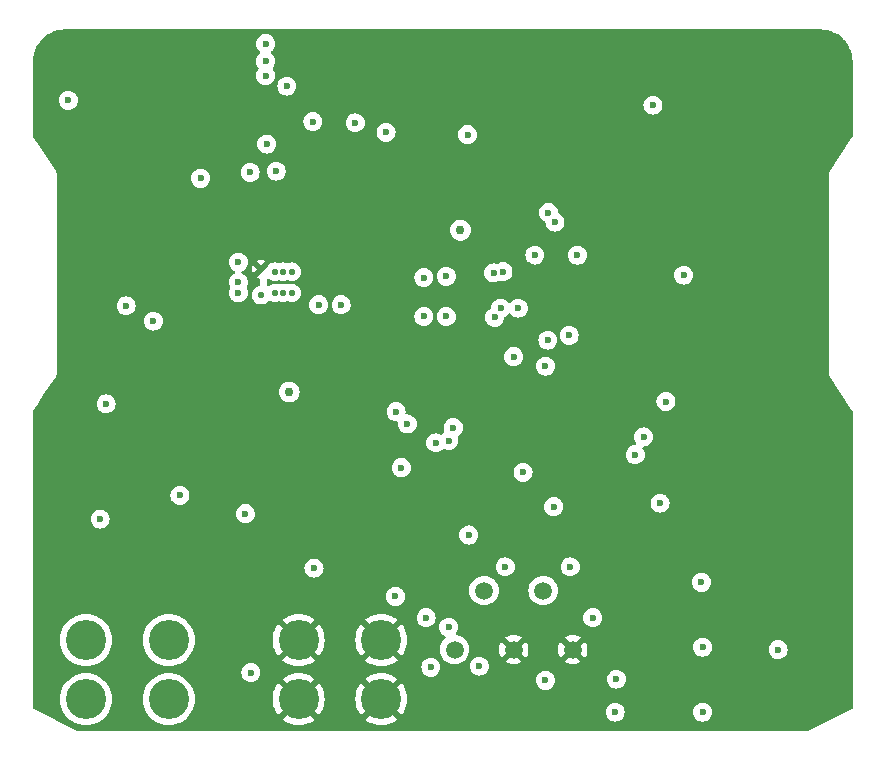
<source format=gbr>
%TF.GenerationSoftware,KiCad,Pcbnew,8.0.7*%
%TF.CreationDate,2025-05-08T16:31:26-05:00*%
%TF.ProjectId,OU_AIMNet_MPPT_v1.0,4f555f41-494d-44e6-9574-5f4d5050545f,rev?*%
%TF.SameCoordinates,Original*%
%TF.FileFunction,Copper,L2,Inr*%
%TF.FilePolarity,Positive*%
%FSLAX46Y46*%
G04 Gerber Fmt 4.6, Leading zero omitted, Abs format (unit mm)*
G04 Created by KiCad (PCBNEW 8.0.7) date 2025-05-08 16:31:26*
%MOMM*%
%LPD*%
G01*
G04 APERTURE LIST*
%TA.AperFunction,ComponentPad*%
%ADD10C,0.550000*%
%TD*%
%TA.AperFunction,ComponentPad*%
%ADD11C,3.400000*%
%TD*%
%TA.AperFunction,ComponentPad*%
%ADD12C,1.500000*%
%TD*%
%TA.AperFunction,ViaPad*%
%ADD13C,0.600000*%
%TD*%
%TA.AperFunction,ViaPad*%
%ADD14C,0.750000*%
%TD*%
%TA.AperFunction,Conductor*%
%ADD15C,2.000000*%
%TD*%
G04 APERTURE END LIST*
D10*
%TO.N,+10 V*%
%TO.C,U5*%
X219100000Y-134800000D03*
%TO.N,unconnected-(U5-SW-Pad2)*%
X220300000Y-134600000D03*
%TO.N,unconnected-(U5-SW-Pad2)_2*%
X221000000Y-134600000D03*
%TO.N,unconnected-(U5-SW-Pad2)_6*%
X221700000Y-134600000D03*
%TO.N,+3.3 V*%
X220300000Y-132800000D03*
X221000000Y-132800000D03*
X221700000Y-132800000D03*
%TO.N,GND*%
X219100000Y-132600000D03*
%TD*%
D11*
%TO.N,/J1_CONNECT*%
%TO.C,J1*%
X204300000Y-164000000D03*
X204300000Y-169000000D03*
X211300000Y-164000000D03*
X211300000Y-169000000D03*
%TD*%
%TO.N,GND*%
%TO.C,J2*%
X222300000Y-164000000D03*
X222300000Y-169000000D03*
X229300000Y-164000000D03*
X229300000Y-169000000D03*
%TD*%
D12*
%TO.N,Shield*%
%TO.C,J3*%
X235500000Y-164800000D03*
%TO.N,Battery+*%
X238000000Y-159800000D03*
%TO.N,GND*%
X240500000Y-164800000D03*
%TO.N,Load+*%
X243000000Y-159800000D03*
%TO.N,GND*%
X245500000Y-164800000D03*
%TD*%
D13*
%TO.N,+25 V*%
X230500000Y-160300000D03*
%TO.N,GND*%
X233800000Y-135900000D03*
%TO.N,+25 V*%
X207700000Y-135700000D03*
X252900000Y-152400000D03*
X223600000Y-157900000D03*
D14*
X236000000Y-129300000D03*
D13*
X217800000Y-153300000D03*
D14*
X221500000Y-143000000D03*
D13*
X252300000Y-118700000D03*
X262900000Y-164800000D03*
%TO.N,Voltage Measurement (Solar)*%
X205500000Y-153750000D03*
X212250000Y-151750000D03*
%TO.N,Battery+*%
X236700000Y-155100000D03*
%TO.N,Net-(U6-FB)*%
X210000000Y-137000000D03*
X206000000Y-144000000D03*
%TO.N,Net-(U5-FB)*%
X220400000Y-124300000D03*
X225900000Y-135600000D03*
X217200000Y-134600000D03*
X224000000Y-135600000D03*
%TO.N,Net-(U3-VBAT)*%
X245900000Y-131400000D03*
X242300000Y-131400000D03*
%TO.N,Current Measurement (Solar)*%
X243400000Y-138600000D03*
%TO.N,Current Measurement (Battery)*%
X250800000Y-148300000D03*
%TO.N,Net-(U1-VCC)*%
X214000000Y-124900000D03*
X219600000Y-122000000D03*
X236600000Y-121200000D03*
%TO.N,Net-(U1-DT)*%
X229700000Y-121000000D03*
X221300000Y-117100000D03*
%TO.N,L2P2*%
X202800000Y-118300000D03*
X219500000Y-113500000D03*
%TO.N,Q1D1*%
X223500000Y-120100000D03*
%TO.N,Net-(C36-Pad2)*%
X247200000Y-162100000D03*
X231000000Y-149400000D03*
X233100000Y-162100000D03*
X230550000Y-144650000D03*
X231500000Y-145700000D03*
%TO.N,TCK*%
X253400000Y-143800000D03*
%TO.N,VCP_RX*%
X238900000Y-136675000D03*
X243200000Y-140800000D03*
X240500000Y-140000000D03*
%TO.N,TMS*%
X251500000Y-146800000D03*
X254900000Y-133100000D03*
%TO.N,VCP_TX*%
X240900000Y-135900000D03*
X239400000Y-135900000D03*
X245200000Y-138200000D03*
%TO.N,Q2D1*%
X249200000Y-167300000D03*
%TO.N,Net-(D7-A)*%
X256500000Y-164600000D03*
%TO.N,Net-(D8-A)*%
X256500000Y-170100000D03*
%TO.N,Q2D2*%
X249100000Y-170100000D03*
%TO.N,Q1G2*%
X218200000Y-124400000D03*
X227100000Y-120200000D03*
%TO.N,LED (Charged)*%
X237600000Y-166200000D03*
X235000000Y-147100000D03*
X235000000Y-162900000D03*
%TO.N,LED (Charging)*%
X243200000Y-167400000D03*
X233900000Y-147300000D03*
X233500000Y-166300000D03*
%TO.N,Net-(U5-EN)*%
X217200000Y-133700000D03*
X217200000Y-132000000D03*
%TO.N,Net-(U7--IN)*%
X243900000Y-152700000D03*
%TO.N,Net-(U7-+IN)*%
X241300000Y-149800000D03*
%TO.N,MOSFET Driver SD*%
X219500000Y-116200000D03*
X243449356Y-127800000D03*
X238800000Y-132900000D03*
%TO.N,MOSFET Driver IN*%
X239600000Y-132800000D03*
X219500000Y-115000000D03*
X244000000Y-128600000D03*
%TO.N,Net-(D9-A)*%
X256400000Y-159100000D03*
%TO.N,LED (SYSTEM FAULT)*%
X245300000Y-157800000D03*
X235400000Y-146000000D03*
X239800000Y-157800000D03*
%TO.N,Net-(D10-A)*%
X218250000Y-166750000D03*
%TO.N,L2P3*%
X232900000Y-136600000D03*
X232900000Y-133300000D03*
%TO.N,L2P1*%
X234800000Y-133200000D03*
X234800000Y-136600000D03*
%TO.N,GND*%
X263600000Y-114100000D03*
X266200000Y-121100000D03*
X239800000Y-142600000D03*
X218000000Y-143000000D03*
X234600000Y-115100000D03*
X259700000Y-170100000D03*
X241600000Y-120600000D03*
X203200000Y-114100000D03*
X252400000Y-145000000D03*
X224800000Y-141200000D03*
X240500000Y-167900000D03*
X206400000Y-134100000D03*
X257900000Y-114100000D03*
X218800000Y-158200000D03*
X248800000Y-145700000D03*
X260700000Y-114100000D03*
X204000000Y-146000000D03*
X210250000Y-158250000D03*
X221900000Y-123200000D03*
X266000000Y-139000000D03*
X266200000Y-118700000D03*
X266200000Y-116400000D03*
X245200000Y-143800000D03*
X220000000Y-130000000D03*
X264300000Y-159400000D03*
X260700000Y-120800000D03*
X226200000Y-131400000D03*
X210250000Y-152000000D03*
X265700000Y-170100000D03*
X203400000Y-127500000D03*
X265900000Y-142100000D03*
X253600000Y-155600000D03*
X250600000Y-137200000D03*
X254800000Y-147800000D03*
X203400000Y-133000000D03*
X265900000Y-148500000D03*
X257700000Y-124600000D03*
X227600000Y-114700000D03*
X262700000Y-170100000D03*
X215500000Y-158250000D03*
X203300000Y-138500000D03*
X266000000Y-128000000D03*
X265700000Y-167300000D03*
X266200000Y-114100000D03*
X265400000Y-156500000D03*
X203500000Y-143000000D03*
X243200000Y-142500000D03*
X230000000Y-152000000D03*
X235400000Y-126300000D03*
X231000000Y-115100000D03*
X225800000Y-168200000D03*
X227500000Y-123800000D03*
X241600000Y-116700000D03*
X248400000Y-170900000D03*
X253100000Y-126500000D03*
X241700000Y-132200000D03*
X248400000Y-166700000D03*
X265700000Y-164900000D03*
X265900000Y-145000000D03*
X203400000Y-123400000D03*
X239500000Y-120600000D03*
X235200000Y-122800000D03*
X262000000Y-124600000D03*
X219500000Y-117400000D03*
X239000000Y-115300000D03*
X262000000Y-141400000D03*
X252500000Y-137200000D03*
X229400000Y-139100000D03*
X224887500Y-130950000D03*
%TD*%
D15*
%TO.N,GND*%
X210250000Y-158250000D02*
X215500000Y-158250000D01*
%TD*%
%TA.AperFunction,Conductor*%
%TO.N,GND*%
G36*
X266503472Y-112300695D02*
G01*
X266795306Y-112317084D01*
X266809103Y-112318638D01*
X267093827Y-112367015D01*
X267107384Y-112370109D01*
X267384899Y-112450060D01*
X267398025Y-112454653D01*
X267664841Y-112565172D01*
X267677355Y-112571198D01*
X267843444Y-112662992D01*
X267930125Y-112710899D01*
X267941899Y-112718297D01*
X268177430Y-112885415D01*
X268188302Y-112894085D01*
X268403642Y-113086524D01*
X268413473Y-113096355D01*
X268461840Y-113150478D01*
X268605914Y-113311697D01*
X268614584Y-113322569D01*
X268781702Y-113558100D01*
X268789100Y-113569874D01*
X268928797Y-113822637D01*
X268934830Y-113835165D01*
X269045346Y-114101975D01*
X269049939Y-114115100D01*
X269129890Y-114392615D01*
X269132984Y-114406172D01*
X269181359Y-114690885D01*
X269182916Y-114704703D01*
X269199305Y-114996527D01*
X269199500Y-115003480D01*
X269199500Y-121371472D01*
X269179815Y-121438511D01*
X269178674Y-121440255D01*
X267273285Y-124298337D01*
X267264139Y-124309494D01*
X267259537Y-124315491D01*
X267246587Y-124337919D01*
X267242381Y-124344692D01*
X267228022Y-124366232D01*
X267224722Y-124372941D01*
X267222862Y-124377051D01*
X267219978Y-124384014D01*
X267213279Y-124409013D01*
X267210967Y-124416646D01*
X267202668Y-124441179D01*
X267201213Y-124448533D01*
X267200479Y-124452995D01*
X267199500Y-124460437D01*
X267199500Y-124486325D01*
X267199243Y-124494305D01*
X267197576Y-124520139D01*
X267198080Y-124527697D01*
X267199500Y-124542032D01*
X267199500Y-141457969D01*
X267198080Y-141472308D01*
X267197577Y-141479861D01*
X267199243Y-141505693D01*
X267199500Y-141513673D01*
X267199500Y-141539565D01*
X267200480Y-141547014D01*
X267201206Y-141551428D01*
X267202669Y-141558820D01*
X267210966Y-141583346D01*
X267213279Y-141590987D01*
X267219978Y-141615989D01*
X267222867Y-141622964D01*
X267224696Y-141627005D01*
X267228021Y-141633765D01*
X267242383Y-141655309D01*
X267246593Y-141662087D01*
X267259542Y-141684515D01*
X267264139Y-141690506D01*
X267273285Y-141701662D01*
X269178674Y-144559745D01*
X269199482Y-144626444D01*
X269199500Y-144628528D01*
X269199500Y-169737644D01*
X269179815Y-169804683D01*
X269130954Y-169848553D01*
X265455243Y-171686409D01*
X265399789Y-171699500D01*
X203600211Y-171699500D01*
X203544757Y-171686409D01*
X199869046Y-169848553D01*
X199817887Y-169800966D01*
X199800500Y-169737644D01*
X199800500Y-169000000D01*
X202094778Y-169000000D01*
X202113640Y-169287784D01*
X202113644Y-169287837D01*
X202113646Y-169287849D01*
X202169917Y-169570745D01*
X202169921Y-169570760D01*
X202262642Y-169843905D01*
X202390219Y-170102606D01*
X202390223Y-170102613D01*
X202550478Y-170342452D01*
X202740672Y-170559327D01*
X202957547Y-170749521D01*
X203160857Y-170885368D01*
X203197389Y-170909778D01*
X203456098Y-171037359D01*
X203729247Y-171130081D01*
X204012161Y-171186356D01*
X204300000Y-171205222D01*
X204587839Y-171186356D01*
X204870753Y-171130081D01*
X205143902Y-171037359D01*
X205402611Y-170909778D01*
X205642454Y-170749520D01*
X205859327Y-170559327D01*
X206049520Y-170342454D01*
X206209778Y-170102611D01*
X206337359Y-169843902D01*
X206430081Y-169570753D01*
X206486356Y-169287839D01*
X206505222Y-169000000D01*
X209094778Y-169000000D01*
X209113640Y-169287784D01*
X209113644Y-169287837D01*
X209113646Y-169287849D01*
X209169917Y-169570745D01*
X209169921Y-169570760D01*
X209262642Y-169843905D01*
X209390219Y-170102606D01*
X209390223Y-170102613D01*
X209550478Y-170342452D01*
X209740672Y-170559327D01*
X209957547Y-170749521D01*
X210160857Y-170885368D01*
X210197389Y-170909778D01*
X210456098Y-171037359D01*
X210729247Y-171130081D01*
X211012161Y-171186356D01*
X211300000Y-171205222D01*
X211587839Y-171186356D01*
X211870753Y-171130081D01*
X212143902Y-171037359D01*
X212402611Y-170909778D01*
X212642454Y-170749520D01*
X212859327Y-170559327D01*
X213049520Y-170342454D01*
X213209778Y-170102611D01*
X213337359Y-169843902D01*
X213430081Y-169570753D01*
X213486356Y-169287839D01*
X213505222Y-169000000D01*
X213505221Y-168999992D01*
X220095280Y-168999992D01*
X220095280Y-169000007D01*
X220114140Y-169287757D01*
X220114144Y-169287784D01*
X220170402Y-169570615D01*
X220170407Y-169570635D01*
X220263100Y-169843702D01*
X220263104Y-169843712D01*
X220390653Y-170102356D01*
X220550876Y-170342146D01*
X220550881Y-170342152D01*
X220575835Y-170370608D01*
X220575838Y-170370608D01*
X221545884Y-169400561D01*
X221546740Y-169402626D01*
X221639762Y-169541844D01*
X221758156Y-169660238D01*
X221897374Y-169753260D01*
X221899437Y-169754114D01*
X220929390Y-170724160D01*
X220929390Y-170724161D01*
X220957854Y-170749124D01*
X221197643Y-170909346D01*
X221456287Y-171036895D01*
X221456297Y-171036899D01*
X221729364Y-171129592D01*
X221729384Y-171129597D01*
X222012215Y-171185855D01*
X222012242Y-171185859D01*
X222299993Y-171204720D01*
X222300007Y-171204720D01*
X222587757Y-171185859D01*
X222587784Y-171185855D01*
X222870615Y-171129597D01*
X222870635Y-171129592D01*
X223143702Y-171036899D01*
X223143712Y-171036895D01*
X223402356Y-170909346D01*
X223642141Y-170749126D01*
X223642147Y-170749121D01*
X223670608Y-170724162D01*
X223670608Y-170724161D01*
X222700561Y-169754114D01*
X222702626Y-169753260D01*
X222841844Y-169660238D01*
X222960238Y-169541844D01*
X223053260Y-169402626D01*
X223054114Y-169400561D01*
X224024161Y-170370608D01*
X224024162Y-170370608D01*
X224049121Y-170342147D01*
X224049126Y-170342141D01*
X224209346Y-170102356D01*
X224336895Y-169843712D01*
X224336899Y-169843702D01*
X224429592Y-169570635D01*
X224429597Y-169570615D01*
X224485855Y-169287784D01*
X224485859Y-169287757D01*
X224504720Y-169000007D01*
X224504720Y-168999992D01*
X227095280Y-168999992D01*
X227095280Y-169000007D01*
X227114140Y-169287757D01*
X227114144Y-169287784D01*
X227170402Y-169570615D01*
X227170407Y-169570635D01*
X227263100Y-169843702D01*
X227263104Y-169843712D01*
X227390653Y-170102356D01*
X227550876Y-170342146D01*
X227550881Y-170342152D01*
X227575835Y-170370608D01*
X227575838Y-170370608D01*
X228545884Y-169400561D01*
X228546740Y-169402626D01*
X228639762Y-169541844D01*
X228758156Y-169660238D01*
X228897374Y-169753260D01*
X228899437Y-169754114D01*
X227929390Y-170724160D01*
X227929390Y-170724161D01*
X227957854Y-170749124D01*
X228197643Y-170909346D01*
X228456287Y-171036895D01*
X228456297Y-171036899D01*
X228729364Y-171129592D01*
X228729384Y-171129597D01*
X229012215Y-171185855D01*
X229012242Y-171185859D01*
X229299993Y-171204720D01*
X229300007Y-171204720D01*
X229587757Y-171185859D01*
X229587784Y-171185855D01*
X229870615Y-171129597D01*
X229870635Y-171129592D01*
X230143702Y-171036899D01*
X230143712Y-171036895D01*
X230402356Y-170909346D01*
X230642141Y-170749126D01*
X230642147Y-170749121D01*
X230670608Y-170724162D01*
X230670608Y-170724161D01*
X229700561Y-169754114D01*
X229702626Y-169753260D01*
X229841844Y-169660238D01*
X229960238Y-169541844D01*
X230053260Y-169402626D01*
X230054114Y-169400561D01*
X231024161Y-170370608D01*
X231024162Y-170370608D01*
X231049121Y-170342147D01*
X231049126Y-170342141D01*
X231209346Y-170102356D01*
X231210510Y-170099996D01*
X248294435Y-170099996D01*
X248294435Y-170100003D01*
X248314630Y-170279249D01*
X248314631Y-170279254D01*
X248374211Y-170449523D01*
X248443206Y-170559327D01*
X248470184Y-170602262D01*
X248597738Y-170729816D01*
X248750478Y-170825789D01*
X248920745Y-170885368D01*
X248920750Y-170885369D01*
X249099996Y-170905565D01*
X249100000Y-170905565D01*
X249100004Y-170905565D01*
X249279249Y-170885369D01*
X249279252Y-170885368D01*
X249279255Y-170885368D01*
X249449522Y-170825789D01*
X249602262Y-170729816D01*
X249729816Y-170602262D01*
X249825789Y-170449522D01*
X249885368Y-170279255D01*
X249887003Y-170264748D01*
X249905565Y-170100003D01*
X249905565Y-170099996D01*
X255694435Y-170099996D01*
X255694435Y-170100003D01*
X255714630Y-170279249D01*
X255714631Y-170279254D01*
X255774211Y-170449523D01*
X255843206Y-170559327D01*
X255870184Y-170602262D01*
X255997738Y-170729816D01*
X256150478Y-170825789D01*
X256320745Y-170885368D01*
X256320750Y-170885369D01*
X256499996Y-170905565D01*
X256500000Y-170905565D01*
X256500004Y-170905565D01*
X256679249Y-170885369D01*
X256679252Y-170885368D01*
X256679255Y-170885368D01*
X256849522Y-170825789D01*
X257002262Y-170729816D01*
X257129816Y-170602262D01*
X257225789Y-170449522D01*
X257285368Y-170279255D01*
X257287003Y-170264748D01*
X257305565Y-170100003D01*
X257305565Y-170099996D01*
X257285369Y-169920750D01*
X257285368Y-169920745D01*
X257260107Y-169848553D01*
X257225789Y-169750478D01*
X257129816Y-169597738D01*
X257002262Y-169470184D01*
X256849523Y-169374211D01*
X256679254Y-169314631D01*
X256679249Y-169314630D01*
X256500004Y-169294435D01*
X256499996Y-169294435D01*
X256320750Y-169314630D01*
X256320745Y-169314631D01*
X256150476Y-169374211D01*
X255997737Y-169470184D01*
X255870184Y-169597737D01*
X255774211Y-169750476D01*
X255714631Y-169920745D01*
X255714630Y-169920750D01*
X255694435Y-170099996D01*
X249905565Y-170099996D01*
X249885369Y-169920750D01*
X249885368Y-169920745D01*
X249860107Y-169848553D01*
X249825789Y-169750478D01*
X249729816Y-169597738D01*
X249602262Y-169470184D01*
X249449523Y-169374211D01*
X249279254Y-169314631D01*
X249279249Y-169314630D01*
X249100004Y-169294435D01*
X249099996Y-169294435D01*
X248920750Y-169314630D01*
X248920745Y-169314631D01*
X248750476Y-169374211D01*
X248597737Y-169470184D01*
X248470184Y-169597737D01*
X248374211Y-169750476D01*
X248314631Y-169920745D01*
X248314630Y-169920750D01*
X248294435Y-170099996D01*
X231210510Y-170099996D01*
X231336895Y-169843712D01*
X231336899Y-169843702D01*
X231429592Y-169570635D01*
X231429597Y-169570615D01*
X231485855Y-169287784D01*
X231485859Y-169287757D01*
X231504720Y-169000007D01*
X231504720Y-168999992D01*
X231485859Y-168712242D01*
X231485855Y-168712215D01*
X231429597Y-168429384D01*
X231429592Y-168429364D01*
X231336899Y-168156297D01*
X231336895Y-168156287D01*
X231209346Y-167897643D01*
X231049124Y-167657854D01*
X231024161Y-167629390D01*
X231024160Y-167629390D01*
X230054114Y-168599436D01*
X230053260Y-168597374D01*
X229960238Y-168458156D01*
X229841844Y-168339762D01*
X229702626Y-168246740D01*
X229700561Y-168245884D01*
X230546450Y-167399996D01*
X242394435Y-167399996D01*
X242394435Y-167400003D01*
X242414630Y-167579249D01*
X242414631Y-167579254D01*
X242474211Y-167749523D01*
X242567120Y-167897386D01*
X242570184Y-167902262D01*
X242697738Y-168029816D01*
X242850478Y-168125789D01*
X242937665Y-168156297D01*
X243020745Y-168185368D01*
X243020750Y-168185369D01*
X243199996Y-168205565D01*
X243200000Y-168205565D01*
X243200004Y-168205565D01*
X243379249Y-168185369D01*
X243379252Y-168185368D01*
X243379255Y-168185368D01*
X243549522Y-168125789D01*
X243702262Y-168029816D01*
X243829816Y-167902262D01*
X243925789Y-167749522D01*
X243985368Y-167579255D01*
X243985369Y-167579249D01*
X244005565Y-167400003D01*
X244005565Y-167399996D01*
X243994298Y-167299996D01*
X248394435Y-167299996D01*
X248394435Y-167300003D01*
X248414630Y-167479249D01*
X248414631Y-167479254D01*
X248474211Y-167649523D01*
X248479253Y-167657547D01*
X248570184Y-167802262D01*
X248697738Y-167929816D01*
X248850478Y-168025789D01*
X248861984Y-168029815D01*
X249020745Y-168085368D01*
X249020750Y-168085369D01*
X249199996Y-168105565D01*
X249200000Y-168105565D01*
X249200004Y-168105565D01*
X249379249Y-168085369D01*
X249379252Y-168085368D01*
X249379255Y-168085368D01*
X249549522Y-168025789D01*
X249702262Y-167929816D01*
X249829816Y-167802262D01*
X249925789Y-167649522D01*
X249985368Y-167479255D01*
X249989715Y-167440673D01*
X250005565Y-167300003D01*
X250005565Y-167299996D01*
X249985369Y-167120750D01*
X249985368Y-167120745D01*
X249974688Y-167090223D01*
X249925789Y-166950478D01*
X249829816Y-166797738D01*
X249702262Y-166670184D01*
X249613852Y-166614632D01*
X249549523Y-166574211D01*
X249379254Y-166514631D01*
X249379249Y-166514630D01*
X249200004Y-166494435D01*
X249199996Y-166494435D01*
X249020750Y-166514630D01*
X249020745Y-166514631D01*
X248850476Y-166574211D01*
X248697737Y-166670184D01*
X248570184Y-166797737D01*
X248474211Y-166950476D01*
X248414631Y-167120745D01*
X248414630Y-167120750D01*
X248394435Y-167299996D01*
X243994298Y-167299996D01*
X243985369Y-167220750D01*
X243985368Y-167220745D01*
X243945065Y-167105565D01*
X243925789Y-167050478D01*
X243829816Y-166897738D01*
X243702262Y-166770184D01*
X243670144Y-166750003D01*
X243549523Y-166674211D01*
X243379254Y-166614631D01*
X243379249Y-166614630D01*
X243200004Y-166594435D01*
X243199996Y-166594435D01*
X243020750Y-166614630D01*
X243020745Y-166614631D01*
X242850476Y-166674211D01*
X242697737Y-166770184D01*
X242570184Y-166897737D01*
X242474211Y-167050476D01*
X242414631Y-167220745D01*
X242414630Y-167220750D01*
X242394435Y-167399996D01*
X230546450Y-167399996D01*
X230670608Y-167275838D01*
X230670608Y-167275835D01*
X230642152Y-167250881D01*
X230642146Y-167250876D01*
X230402356Y-167090653D01*
X230143712Y-166963104D01*
X230143702Y-166963100D01*
X229870635Y-166870407D01*
X229870615Y-166870402D01*
X229587784Y-166814144D01*
X229587757Y-166814140D01*
X229300007Y-166795280D01*
X229299993Y-166795280D01*
X229012242Y-166814140D01*
X229012215Y-166814144D01*
X228729384Y-166870402D01*
X228729364Y-166870407D01*
X228456297Y-166963100D01*
X228456287Y-166963104D01*
X228197643Y-167090653D01*
X227957851Y-167250878D01*
X227929390Y-167275837D01*
X228899438Y-168245884D01*
X228897374Y-168246740D01*
X228758156Y-168339762D01*
X228639762Y-168458156D01*
X228546740Y-168597374D01*
X228545885Y-168599438D01*
X227575837Y-167629390D01*
X227550878Y-167657851D01*
X227390653Y-167897643D01*
X227263104Y-168156287D01*
X227263100Y-168156297D01*
X227170407Y-168429364D01*
X227170402Y-168429384D01*
X227114144Y-168712215D01*
X227114140Y-168712242D01*
X227095280Y-168999992D01*
X224504720Y-168999992D01*
X224485859Y-168712242D01*
X224485855Y-168712215D01*
X224429597Y-168429384D01*
X224429592Y-168429364D01*
X224336899Y-168156297D01*
X224336895Y-168156287D01*
X224209346Y-167897643D01*
X224049124Y-167657854D01*
X224024161Y-167629390D01*
X224024160Y-167629390D01*
X223054114Y-168599436D01*
X223053260Y-168597374D01*
X222960238Y-168458156D01*
X222841844Y-168339762D01*
X222702626Y-168246740D01*
X222700561Y-168245884D01*
X223670608Y-167275838D01*
X223670608Y-167275835D01*
X223642152Y-167250881D01*
X223642146Y-167250876D01*
X223402356Y-167090653D01*
X223143712Y-166963104D01*
X223143702Y-166963100D01*
X222870635Y-166870407D01*
X222870615Y-166870402D01*
X222587784Y-166814144D01*
X222587757Y-166814140D01*
X222300007Y-166795280D01*
X222299993Y-166795280D01*
X222012242Y-166814140D01*
X222012215Y-166814144D01*
X221729384Y-166870402D01*
X221729364Y-166870407D01*
X221456297Y-166963100D01*
X221456287Y-166963104D01*
X221197643Y-167090653D01*
X220957851Y-167250878D01*
X220929390Y-167275837D01*
X221899438Y-168245884D01*
X221897374Y-168246740D01*
X221758156Y-168339762D01*
X221639762Y-168458156D01*
X221546740Y-168597374D01*
X221545885Y-168599438D01*
X220575837Y-167629390D01*
X220550878Y-167657851D01*
X220390653Y-167897643D01*
X220263104Y-168156287D01*
X220263100Y-168156297D01*
X220170407Y-168429364D01*
X220170402Y-168429384D01*
X220114144Y-168712215D01*
X220114140Y-168712242D01*
X220095280Y-168999992D01*
X213505221Y-168999992D01*
X213486356Y-168712161D01*
X213430081Y-168429247D01*
X213337359Y-168156098D01*
X213209778Y-167897389D01*
X213110977Y-167749523D01*
X213049521Y-167657547D01*
X212859327Y-167440672D01*
X212642452Y-167250478D01*
X212402613Y-167090223D01*
X212402606Y-167090219D01*
X212143905Y-166962642D01*
X211870760Y-166869921D01*
X211870754Y-166869919D01*
X211870753Y-166869919D01*
X211870751Y-166869918D01*
X211870745Y-166869917D01*
X211587849Y-166813646D01*
X211587839Y-166813644D01*
X211300000Y-166794778D01*
X211012161Y-166813644D01*
X211012155Y-166813645D01*
X211012150Y-166813646D01*
X210729254Y-166869917D01*
X210729239Y-166869921D01*
X210456094Y-166962642D01*
X210197393Y-167090219D01*
X210197386Y-167090223D01*
X209957547Y-167250478D01*
X209740672Y-167440672D01*
X209550478Y-167657547D01*
X209390223Y-167897386D01*
X209390219Y-167897393D01*
X209262642Y-168156094D01*
X209169921Y-168429239D01*
X209169917Y-168429254D01*
X209113646Y-168712150D01*
X209113644Y-168712161D01*
X209094778Y-169000000D01*
X206505222Y-169000000D01*
X206486356Y-168712161D01*
X206430081Y-168429247D01*
X206337359Y-168156098D01*
X206209778Y-167897389D01*
X206110977Y-167749523D01*
X206049521Y-167657547D01*
X205859327Y-167440672D01*
X205642452Y-167250478D01*
X205402613Y-167090223D01*
X205402606Y-167090219D01*
X205143905Y-166962642D01*
X204870760Y-166869921D01*
X204870754Y-166869919D01*
X204870753Y-166869919D01*
X204870751Y-166869918D01*
X204870745Y-166869917D01*
X204587849Y-166813646D01*
X204587839Y-166813644D01*
X204300000Y-166794778D01*
X204012161Y-166813644D01*
X204012155Y-166813645D01*
X204012150Y-166813646D01*
X203729254Y-166869917D01*
X203729239Y-166869921D01*
X203456094Y-166962642D01*
X203197393Y-167090219D01*
X203197386Y-167090223D01*
X202957547Y-167250478D01*
X202740672Y-167440672D01*
X202550478Y-167657547D01*
X202390223Y-167897386D01*
X202390219Y-167897393D01*
X202262642Y-168156094D01*
X202169921Y-168429239D01*
X202169917Y-168429254D01*
X202113646Y-168712150D01*
X202113644Y-168712161D01*
X202094778Y-169000000D01*
X199800500Y-169000000D01*
X199800500Y-166749996D01*
X217444435Y-166749996D01*
X217444435Y-166750003D01*
X217464630Y-166929249D01*
X217464631Y-166929254D01*
X217524211Y-167099523D01*
X217600384Y-167220750D01*
X217620184Y-167252262D01*
X217747738Y-167379816D01*
X217900478Y-167475789D01*
X218070745Y-167535368D01*
X218070750Y-167535369D01*
X218249996Y-167555565D01*
X218250000Y-167555565D01*
X218250004Y-167555565D01*
X218429249Y-167535369D01*
X218429252Y-167535368D01*
X218429255Y-167535368D01*
X218599522Y-167475789D01*
X218752262Y-167379816D01*
X218879816Y-167252262D01*
X218975789Y-167099522D01*
X219035368Y-166929255D01*
X219038919Y-166897738D01*
X219055565Y-166750003D01*
X219055565Y-166749996D01*
X219035369Y-166570750D01*
X219035368Y-166570745D01*
X219015733Y-166514631D01*
X218975789Y-166400478D01*
X218912652Y-166299996D01*
X232694435Y-166299996D01*
X232694435Y-166300003D01*
X232714630Y-166479249D01*
X232714631Y-166479254D01*
X232774211Y-166649523D01*
X232837347Y-166750003D01*
X232870184Y-166802262D01*
X232997738Y-166929816D01*
X233150478Y-167025789D01*
X233320745Y-167085368D01*
X233320750Y-167085369D01*
X233499996Y-167105565D01*
X233500000Y-167105565D01*
X233500004Y-167105565D01*
X233679249Y-167085369D01*
X233679252Y-167085368D01*
X233679255Y-167085368D01*
X233849522Y-167025789D01*
X234002262Y-166929816D01*
X234129816Y-166802262D01*
X234225789Y-166649522D01*
X234285368Y-166479255D01*
X234294244Y-166400478D01*
X234305565Y-166300003D01*
X234305565Y-166299996D01*
X234294298Y-166199996D01*
X236794435Y-166199996D01*
X236794435Y-166200003D01*
X236814630Y-166379249D01*
X236814631Y-166379254D01*
X236874211Y-166549523D01*
X236915122Y-166614632D01*
X236970184Y-166702262D01*
X237097738Y-166829816D01*
X237161565Y-166869921D01*
X237205833Y-166897737D01*
X237250478Y-166925789D01*
X237355795Y-166962641D01*
X237420745Y-166985368D01*
X237420750Y-166985369D01*
X237599996Y-167005565D01*
X237600000Y-167005565D01*
X237600004Y-167005565D01*
X237779249Y-166985369D01*
X237779252Y-166985368D01*
X237779255Y-166985368D01*
X237949522Y-166925789D01*
X238102262Y-166829816D01*
X238229816Y-166702262D01*
X238325789Y-166549522D01*
X238385368Y-166379255D01*
X238385369Y-166379249D01*
X238405565Y-166200003D01*
X238405565Y-166199996D01*
X238385369Y-166020750D01*
X238385368Y-166020745D01*
X238370961Y-165979573D01*
X238325789Y-165850478D01*
X238229816Y-165697738D01*
X238102262Y-165570184D01*
X238031608Y-165525789D01*
X237949523Y-165474211D01*
X237779254Y-165414631D01*
X237779249Y-165414630D01*
X237600004Y-165394435D01*
X237599996Y-165394435D01*
X237420750Y-165414630D01*
X237420745Y-165414631D01*
X237250476Y-165474211D01*
X237097737Y-165570184D01*
X236970184Y-165697737D01*
X236874211Y-165850476D01*
X236814631Y-166020745D01*
X236814630Y-166020750D01*
X236794435Y-166199996D01*
X234294298Y-166199996D01*
X234285369Y-166120750D01*
X234285368Y-166120745D01*
X234256029Y-166036899D01*
X234225789Y-165950478D01*
X234200215Y-165909778D01*
X234162955Y-165850478D01*
X234129816Y-165797738D01*
X234002262Y-165670184D01*
X233849523Y-165574211D01*
X233679254Y-165514631D01*
X233679249Y-165514630D01*
X233500004Y-165494435D01*
X233499996Y-165494435D01*
X233320750Y-165514630D01*
X233320745Y-165514631D01*
X233150476Y-165574211D01*
X232997737Y-165670184D01*
X232870184Y-165797737D01*
X232774211Y-165950476D01*
X232714631Y-166120745D01*
X232714630Y-166120750D01*
X232694435Y-166299996D01*
X218912652Y-166299996D01*
X218879816Y-166247738D01*
X218752262Y-166120184D01*
X218599523Y-166024211D01*
X218429254Y-165964631D01*
X218429249Y-165964630D01*
X218250004Y-165944435D01*
X218249996Y-165944435D01*
X218070750Y-165964630D01*
X218070745Y-165964631D01*
X217900476Y-166024211D01*
X217747737Y-166120184D01*
X217620184Y-166247737D01*
X217524211Y-166400476D01*
X217464631Y-166570745D01*
X217464630Y-166570750D01*
X217444435Y-166749996D01*
X199800500Y-166749996D01*
X199800500Y-164000000D01*
X202094778Y-164000000D01*
X202113640Y-164287784D01*
X202113644Y-164287837D01*
X202113646Y-164287849D01*
X202169917Y-164570745D01*
X202169921Y-164570760D01*
X202262642Y-164843905D01*
X202390219Y-165102606D01*
X202390223Y-165102613D01*
X202550478Y-165342452D01*
X202740672Y-165559327D01*
X202957547Y-165749521D01*
X203029709Y-165797738D01*
X203197389Y-165909778D01*
X203456098Y-166037359D01*
X203729247Y-166130081D01*
X204012161Y-166186356D01*
X204300000Y-166205222D01*
X204587839Y-166186356D01*
X204870753Y-166130081D01*
X205143902Y-166037359D01*
X205402611Y-165909778D01*
X205642454Y-165749520D01*
X205859327Y-165559327D01*
X206049520Y-165342454D01*
X206209778Y-165102611D01*
X206337359Y-164843902D01*
X206430081Y-164570753D01*
X206486356Y-164287839D01*
X206505222Y-164000000D01*
X209094778Y-164000000D01*
X209113640Y-164287784D01*
X209113644Y-164287837D01*
X209113646Y-164287849D01*
X209169917Y-164570745D01*
X209169921Y-164570760D01*
X209262642Y-164843905D01*
X209390219Y-165102606D01*
X209390223Y-165102613D01*
X209550478Y-165342452D01*
X209740672Y-165559327D01*
X209957547Y-165749521D01*
X210029709Y-165797738D01*
X210197389Y-165909778D01*
X210456098Y-166037359D01*
X210729247Y-166130081D01*
X211012161Y-166186356D01*
X211300000Y-166205222D01*
X211587839Y-166186356D01*
X211870753Y-166130081D01*
X212143902Y-166037359D01*
X212402611Y-165909778D01*
X212642454Y-165749520D01*
X212859327Y-165559327D01*
X213049520Y-165342454D01*
X213209778Y-165102611D01*
X213337359Y-164843902D01*
X213430081Y-164570753D01*
X213486356Y-164287839D01*
X213505222Y-164000000D01*
X213505221Y-163999992D01*
X220095280Y-163999992D01*
X220095280Y-164000007D01*
X220114140Y-164287757D01*
X220114144Y-164287784D01*
X220170402Y-164570615D01*
X220170407Y-164570635D01*
X220263100Y-164843702D01*
X220263104Y-164843712D01*
X220390653Y-165102356D01*
X220550876Y-165342146D01*
X220550881Y-165342152D01*
X220575835Y-165370608D01*
X220575838Y-165370608D01*
X221545884Y-164400561D01*
X221546740Y-164402626D01*
X221639762Y-164541844D01*
X221758156Y-164660238D01*
X221897374Y-164753260D01*
X221899437Y-164754114D01*
X220929390Y-165724160D01*
X220929390Y-165724161D01*
X220957854Y-165749124D01*
X221197643Y-165909346D01*
X221456287Y-166036895D01*
X221456297Y-166036899D01*
X221729364Y-166129592D01*
X221729384Y-166129597D01*
X222012215Y-166185855D01*
X222012242Y-166185859D01*
X222299993Y-166204720D01*
X222300007Y-166204720D01*
X222587757Y-166185859D01*
X222587784Y-166185855D01*
X222870615Y-166129597D01*
X222870635Y-166129592D01*
X223143702Y-166036899D01*
X223143712Y-166036895D01*
X223402356Y-165909346D01*
X223642141Y-165749126D01*
X223642147Y-165749121D01*
X223670608Y-165724162D01*
X223670608Y-165724161D01*
X222700561Y-164754114D01*
X222702626Y-164753260D01*
X222841844Y-164660238D01*
X222960238Y-164541844D01*
X223053260Y-164402626D01*
X223054114Y-164400561D01*
X224024161Y-165370608D01*
X224024162Y-165370608D01*
X224049121Y-165342147D01*
X224049126Y-165342141D01*
X224209346Y-165102356D01*
X224336895Y-164843712D01*
X224336899Y-164843702D01*
X224429592Y-164570635D01*
X224429597Y-164570615D01*
X224485855Y-164287784D01*
X224485859Y-164287757D01*
X224504720Y-164000007D01*
X224504720Y-163999992D01*
X227095280Y-163999992D01*
X227095280Y-164000007D01*
X227114140Y-164287757D01*
X227114144Y-164287784D01*
X227170402Y-164570615D01*
X227170407Y-164570635D01*
X227263100Y-164843702D01*
X227263104Y-164843712D01*
X227390653Y-165102356D01*
X227550876Y-165342146D01*
X227550881Y-165342152D01*
X227575835Y-165370608D01*
X227575838Y-165370608D01*
X228545884Y-164400561D01*
X228546740Y-164402626D01*
X228639762Y-164541844D01*
X228758156Y-164660238D01*
X228897374Y-164753260D01*
X228899437Y-164754114D01*
X227929390Y-165724160D01*
X227929390Y-165724161D01*
X227957854Y-165749124D01*
X228197643Y-165909346D01*
X228456287Y-166036895D01*
X228456297Y-166036899D01*
X228729364Y-166129592D01*
X228729384Y-166129597D01*
X229012215Y-166185855D01*
X229012242Y-166185859D01*
X229299993Y-166204720D01*
X229300007Y-166204720D01*
X229587757Y-166185859D01*
X229587784Y-166185855D01*
X229870615Y-166129597D01*
X229870635Y-166129592D01*
X230143702Y-166036899D01*
X230143712Y-166036895D01*
X230402356Y-165909346D01*
X230642141Y-165749126D01*
X230642147Y-165749121D01*
X230670608Y-165724162D01*
X230670608Y-165724161D01*
X229700561Y-164754114D01*
X229702626Y-164753260D01*
X229841844Y-164660238D01*
X229960238Y-164541844D01*
X230053260Y-164402626D01*
X230054114Y-164400561D01*
X231024161Y-165370608D01*
X231024162Y-165370608D01*
X231049121Y-165342147D01*
X231049126Y-165342141D01*
X231209346Y-165102356D01*
X231336895Y-164843712D01*
X231336899Y-164843702D01*
X231429592Y-164570635D01*
X231429597Y-164570615D01*
X231485855Y-164287784D01*
X231485859Y-164287757D01*
X231504720Y-164000007D01*
X231504720Y-163999992D01*
X231485859Y-163712242D01*
X231485855Y-163712215D01*
X231429597Y-163429384D01*
X231429592Y-163429364D01*
X231336899Y-163156297D01*
X231336895Y-163156287D01*
X231209346Y-162897643D01*
X231049124Y-162657854D01*
X231024161Y-162629390D01*
X231024160Y-162629390D01*
X230054114Y-163599436D01*
X230053260Y-163597374D01*
X229960238Y-163458156D01*
X229841844Y-163339762D01*
X229702626Y-163246740D01*
X229700561Y-163245884D01*
X230670608Y-162275838D01*
X230670608Y-162275835D01*
X230642152Y-162250881D01*
X230642146Y-162250876D01*
X230416339Y-162099996D01*
X232294435Y-162099996D01*
X232294435Y-162100003D01*
X232314630Y-162279249D01*
X232314631Y-162279254D01*
X232374211Y-162449523D01*
X232437646Y-162550478D01*
X232470184Y-162602262D01*
X232597738Y-162729816D01*
X232750478Y-162825789D01*
X232920745Y-162885368D01*
X232920750Y-162885369D01*
X233099996Y-162905565D01*
X233100000Y-162905565D01*
X233100004Y-162905565D01*
X233149430Y-162899996D01*
X234194435Y-162899996D01*
X234194435Y-162900003D01*
X234214630Y-163079249D01*
X234214631Y-163079254D01*
X234274211Y-163249523D01*
X234365743Y-163395194D01*
X234370184Y-163402262D01*
X234497738Y-163529816D01*
X234588080Y-163586582D01*
X234642687Y-163620894D01*
X234650478Y-163625789D01*
X234653708Y-163626919D01*
X234655518Y-163628217D01*
X234656753Y-163628812D01*
X234656648Y-163629028D01*
X234710486Y-163667637D01*
X234736237Y-163732588D01*
X234722785Y-163801151D01*
X234696412Y-163834034D01*
X234696951Y-163834573D01*
X234538402Y-163993121D01*
X234412900Y-164172357D01*
X234412898Y-164172361D01*
X234320426Y-164370668D01*
X234320422Y-164370677D01*
X234263793Y-164582020D01*
X234263793Y-164582024D01*
X234244723Y-164799997D01*
X234244723Y-164800002D01*
X234263793Y-165017975D01*
X234263793Y-165017979D01*
X234320422Y-165229322D01*
X234320424Y-165229326D01*
X234320425Y-165229330D01*
X234320652Y-165229816D01*
X234412897Y-165427638D01*
X234414422Y-165429816D01*
X234538402Y-165606877D01*
X234693123Y-165761598D01*
X234872361Y-165887102D01*
X235070670Y-165979575D01*
X235282023Y-166036207D01*
X235464926Y-166052208D01*
X235499998Y-166055277D01*
X235500000Y-166055277D01*
X235500002Y-166055277D01*
X235528254Y-166052805D01*
X235717977Y-166036207D01*
X235929330Y-165979575D01*
X236127639Y-165887102D01*
X236306877Y-165761598D01*
X236461598Y-165606877D01*
X236587102Y-165427639D01*
X236679575Y-165229330D01*
X236736207Y-165017977D01*
X236755277Y-164800000D01*
X236755277Y-164799999D01*
X239245225Y-164799999D01*
X239245225Y-164800000D01*
X239264287Y-165017884D01*
X239264289Y-165017894D01*
X239320894Y-165229150D01*
X239320898Y-165229159D01*
X239413333Y-165427387D01*
X239456874Y-165489571D01*
X240017037Y-164929408D01*
X240034075Y-164992993D01*
X240099901Y-165107007D01*
X240192993Y-165200099D01*
X240307007Y-165265925D01*
X240370590Y-165282962D01*
X239810427Y-165843124D01*
X239872612Y-165886666D01*
X240070840Y-165979101D01*
X240070849Y-165979105D01*
X240282105Y-166035710D01*
X240282115Y-166035712D01*
X240499999Y-166054775D01*
X240500001Y-166054775D01*
X240717884Y-166035712D01*
X240717894Y-166035710D01*
X240929150Y-165979105D01*
X240929164Y-165979100D01*
X241127383Y-165886669D01*
X241127385Y-165886668D01*
X241189571Y-165843124D01*
X240629410Y-165282962D01*
X240692993Y-165265925D01*
X240807007Y-165200099D01*
X240900099Y-165107007D01*
X240965925Y-164992993D01*
X240982962Y-164929408D01*
X241543124Y-165489570D01*
X241586668Y-165427385D01*
X241586669Y-165427383D01*
X241679100Y-165229164D01*
X241679105Y-165229150D01*
X241735710Y-165017894D01*
X241735712Y-165017884D01*
X241754775Y-164800000D01*
X241754775Y-164799999D01*
X244245225Y-164799999D01*
X244245225Y-164800000D01*
X244264287Y-165017884D01*
X244264289Y-165017894D01*
X244320894Y-165229150D01*
X244320898Y-165229159D01*
X244413333Y-165427387D01*
X244456874Y-165489571D01*
X245017037Y-164929408D01*
X245034075Y-164992993D01*
X245099901Y-165107007D01*
X245192993Y-165200099D01*
X245307007Y-165265925D01*
X245370590Y-165282962D01*
X244810427Y-165843124D01*
X244872612Y-165886666D01*
X245070840Y-165979101D01*
X245070849Y-165979105D01*
X245282105Y-166035710D01*
X245282115Y-166035712D01*
X245499999Y-166054775D01*
X245500001Y-166054775D01*
X245717884Y-166035712D01*
X245717894Y-166035710D01*
X245929150Y-165979105D01*
X245929164Y-165979100D01*
X246127383Y-165886669D01*
X246127385Y-165886668D01*
X246189571Y-165843124D01*
X245629410Y-165282962D01*
X245692993Y-165265925D01*
X245807007Y-165200099D01*
X245900099Y-165107007D01*
X245965925Y-164992993D01*
X245982962Y-164929409D01*
X246543124Y-165489570D01*
X246586668Y-165427385D01*
X246586669Y-165427383D01*
X246679100Y-165229164D01*
X246679105Y-165229150D01*
X246735710Y-165017894D01*
X246735712Y-165017884D01*
X246754775Y-164800000D01*
X246754775Y-164799999D01*
X246737276Y-164599996D01*
X255694435Y-164599996D01*
X255694435Y-164600003D01*
X255714630Y-164779249D01*
X255714631Y-164779254D01*
X255774211Y-164949523D01*
X255817172Y-165017894D01*
X255870184Y-165102262D01*
X255997738Y-165229816D01*
X256150478Y-165325789D01*
X256320745Y-165385368D01*
X256320750Y-165385369D01*
X256499996Y-165405565D01*
X256500000Y-165405565D01*
X256500004Y-165405565D01*
X256679249Y-165385369D01*
X256679252Y-165385368D01*
X256679255Y-165385368D01*
X256849522Y-165325789D01*
X257002262Y-165229816D01*
X257129816Y-165102262D01*
X257225789Y-164949522D01*
X257278110Y-164799996D01*
X262094435Y-164799996D01*
X262094435Y-164800003D01*
X262114630Y-164979249D01*
X262114631Y-164979254D01*
X262174211Y-165149523D01*
X262224358Y-165229331D01*
X262270184Y-165302262D01*
X262397738Y-165429816D01*
X262468392Y-165474211D01*
X262532721Y-165514632D01*
X262550478Y-165525789D01*
X262646324Y-165559327D01*
X262720745Y-165585368D01*
X262720750Y-165585369D01*
X262899996Y-165605565D01*
X262900000Y-165605565D01*
X262900004Y-165605565D01*
X263079249Y-165585369D01*
X263079252Y-165585368D01*
X263079255Y-165585368D01*
X263249522Y-165525789D01*
X263402262Y-165429816D01*
X263529816Y-165302262D01*
X263625789Y-165149522D01*
X263685368Y-164979255D01*
X263688718Y-164949522D01*
X263705565Y-164800003D01*
X263705565Y-164799996D01*
X263685369Y-164620750D01*
X263685368Y-164620745D01*
X263671819Y-164582023D01*
X263625789Y-164450478D01*
X263607106Y-164420745D01*
X263529815Y-164297737D01*
X263402262Y-164170184D01*
X263249523Y-164074211D01*
X263079254Y-164014631D01*
X263079249Y-164014630D01*
X262900004Y-163994435D01*
X262899996Y-163994435D01*
X262720750Y-164014630D01*
X262720745Y-164014631D01*
X262550476Y-164074211D01*
X262397737Y-164170184D01*
X262270184Y-164297737D01*
X262174211Y-164450476D01*
X262114631Y-164620745D01*
X262114630Y-164620750D01*
X262094435Y-164799996D01*
X257278110Y-164799996D01*
X257285368Y-164779255D01*
X257288297Y-164753260D01*
X257305565Y-164600003D01*
X257305565Y-164599996D01*
X257285369Y-164420750D01*
X257285368Y-164420745D01*
X257267845Y-164370668D01*
X257225789Y-164250478D01*
X257129816Y-164097738D01*
X257002262Y-163970184D01*
X256916478Y-163916282D01*
X256849523Y-163874211D01*
X256679254Y-163814631D01*
X256679249Y-163814630D01*
X256500004Y-163794435D01*
X256499996Y-163794435D01*
X256320750Y-163814630D01*
X256320745Y-163814631D01*
X256150476Y-163874211D01*
X255997737Y-163970184D01*
X255870184Y-164097737D01*
X255774211Y-164250476D01*
X255714631Y-164420745D01*
X255714630Y-164420750D01*
X255694435Y-164599996D01*
X246737276Y-164599996D01*
X246735712Y-164582115D01*
X246735710Y-164582105D01*
X246679105Y-164370849D01*
X246679101Y-164370840D01*
X246586668Y-164172615D01*
X246543123Y-164110428D01*
X245982962Y-164670589D01*
X245965925Y-164607007D01*
X245900099Y-164492993D01*
X245807007Y-164399901D01*
X245692993Y-164334075D01*
X245629409Y-164317037D01*
X246189571Y-163756874D01*
X246127387Y-163713333D01*
X245929159Y-163620898D01*
X245929150Y-163620894D01*
X245717894Y-163564289D01*
X245717884Y-163564287D01*
X245500001Y-163545225D01*
X245499999Y-163545225D01*
X245282115Y-163564287D01*
X245282105Y-163564289D01*
X245070849Y-163620894D01*
X245070840Y-163620898D01*
X244872614Y-163713332D01*
X244872612Y-163713333D01*
X244810428Y-163756875D01*
X244810427Y-163756875D01*
X245370590Y-164317037D01*
X245307007Y-164334075D01*
X245192993Y-164399901D01*
X245099901Y-164492993D01*
X245034075Y-164607007D01*
X245017037Y-164670590D01*
X244456875Y-164110427D01*
X244456875Y-164110428D01*
X244413333Y-164172612D01*
X244413332Y-164172614D01*
X244320898Y-164370840D01*
X244320894Y-164370849D01*
X244264289Y-164582105D01*
X244264287Y-164582115D01*
X244245225Y-164799999D01*
X241754775Y-164799999D01*
X241735712Y-164582115D01*
X241735710Y-164582105D01*
X241679105Y-164370849D01*
X241679101Y-164370840D01*
X241586668Y-164172615D01*
X241543123Y-164110428D01*
X240982962Y-164670589D01*
X240965925Y-164607007D01*
X240900099Y-164492993D01*
X240807007Y-164399901D01*
X240692993Y-164334075D01*
X240629409Y-164317037D01*
X241189571Y-163756874D01*
X241127387Y-163713333D01*
X240929159Y-163620898D01*
X240929150Y-163620894D01*
X240717894Y-163564289D01*
X240717884Y-163564287D01*
X240500001Y-163545225D01*
X240499999Y-163545225D01*
X240282115Y-163564287D01*
X240282105Y-163564289D01*
X240070849Y-163620894D01*
X240070840Y-163620898D01*
X239872614Y-163713332D01*
X239872612Y-163713333D01*
X239810428Y-163756875D01*
X239810427Y-163756875D01*
X240370590Y-164317037D01*
X240307007Y-164334075D01*
X240192993Y-164399901D01*
X240099901Y-164492993D01*
X240034075Y-164607007D01*
X240017037Y-164670590D01*
X239456875Y-164110427D01*
X239456875Y-164110428D01*
X239413333Y-164172612D01*
X239413332Y-164172614D01*
X239320898Y-164370840D01*
X239320894Y-164370849D01*
X239264289Y-164582105D01*
X239264287Y-164582115D01*
X239245225Y-164799999D01*
X236755277Y-164799999D01*
X236736207Y-164582023D01*
X236688138Y-164402626D01*
X236679577Y-164370677D01*
X236679576Y-164370676D01*
X236679575Y-164370670D01*
X236587102Y-164172362D01*
X236587100Y-164172359D01*
X236587099Y-164172357D01*
X236461599Y-163993124D01*
X236384757Y-163916282D01*
X236306877Y-163838402D01*
X236155759Y-163732588D01*
X236127638Y-163712897D01*
X235985132Y-163646446D01*
X235929330Y-163620425D01*
X235929326Y-163620424D01*
X235929324Y-163620423D01*
X235717938Y-163563782D01*
X235658278Y-163527417D01*
X235627749Y-163464570D01*
X235636044Y-163395194D01*
X235645039Y-163378034D01*
X235725788Y-163249524D01*
X235785368Y-163079254D01*
X235785369Y-163079249D01*
X235805565Y-162900003D01*
X235805565Y-162899996D01*
X235785369Y-162720750D01*
X235785368Y-162720745D01*
X235763254Y-162657546D01*
X235725789Y-162550478D01*
X235629816Y-162397738D01*
X235502262Y-162270184D01*
X235349523Y-162174211D01*
X235179254Y-162114631D01*
X235179249Y-162114630D01*
X235049362Y-162099996D01*
X246394435Y-162099996D01*
X246394435Y-162100003D01*
X246414630Y-162279249D01*
X246414631Y-162279254D01*
X246474211Y-162449523D01*
X246537646Y-162550478D01*
X246570184Y-162602262D01*
X246697738Y-162729816D01*
X246850478Y-162825789D01*
X247020745Y-162885368D01*
X247020750Y-162885369D01*
X247199996Y-162905565D01*
X247200000Y-162905565D01*
X247200004Y-162905565D01*
X247379249Y-162885369D01*
X247379252Y-162885368D01*
X247379255Y-162885368D01*
X247549522Y-162825789D01*
X247702262Y-162729816D01*
X247829816Y-162602262D01*
X247925789Y-162449522D01*
X247985368Y-162279255D01*
X247985753Y-162275837D01*
X248005565Y-162100003D01*
X248005565Y-162099996D01*
X247985369Y-161920750D01*
X247985368Y-161920745D01*
X247967583Y-161869919D01*
X247925789Y-161750478D01*
X247829816Y-161597738D01*
X247702262Y-161470184D01*
X247549523Y-161374211D01*
X247379254Y-161314631D01*
X247379249Y-161314630D01*
X247200004Y-161294435D01*
X247199996Y-161294435D01*
X247020750Y-161314630D01*
X247020745Y-161314631D01*
X246850476Y-161374211D01*
X246697737Y-161470184D01*
X246570184Y-161597737D01*
X246474211Y-161750476D01*
X246414631Y-161920745D01*
X246414630Y-161920750D01*
X246394435Y-162099996D01*
X235049362Y-162099996D01*
X235000004Y-162094435D01*
X234999996Y-162094435D01*
X234820750Y-162114630D01*
X234820745Y-162114631D01*
X234650476Y-162174211D01*
X234497737Y-162270184D01*
X234370184Y-162397737D01*
X234274211Y-162550476D01*
X234214631Y-162720745D01*
X234214630Y-162720750D01*
X234194435Y-162899996D01*
X233149430Y-162899996D01*
X233279249Y-162885369D01*
X233279252Y-162885368D01*
X233279255Y-162885368D01*
X233449522Y-162825789D01*
X233602262Y-162729816D01*
X233729816Y-162602262D01*
X233825789Y-162449522D01*
X233885368Y-162279255D01*
X233885753Y-162275837D01*
X233905565Y-162100003D01*
X233905565Y-162099996D01*
X233885369Y-161920750D01*
X233885368Y-161920745D01*
X233867583Y-161869919D01*
X233825789Y-161750478D01*
X233729816Y-161597738D01*
X233602262Y-161470184D01*
X233449523Y-161374211D01*
X233279254Y-161314631D01*
X233279249Y-161314630D01*
X233100004Y-161294435D01*
X233099996Y-161294435D01*
X232920750Y-161314630D01*
X232920745Y-161314631D01*
X232750476Y-161374211D01*
X232597737Y-161470184D01*
X232470184Y-161597737D01*
X232374211Y-161750476D01*
X232314631Y-161920745D01*
X232314630Y-161920750D01*
X232294435Y-162099996D01*
X230416339Y-162099996D01*
X230402356Y-162090653D01*
X230143712Y-161963104D01*
X230143702Y-161963100D01*
X229870635Y-161870407D01*
X229870615Y-161870402D01*
X229587784Y-161814144D01*
X229587757Y-161814140D01*
X229300007Y-161795280D01*
X229299993Y-161795280D01*
X229012242Y-161814140D01*
X229012215Y-161814144D01*
X228729384Y-161870402D01*
X228729364Y-161870407D01*
X228456297Y-161963100D01*
X228456287Y-161963104D01*
X228197643Y-162090653D01*
X227957851Y-162250878D01*
X227929390Y-162275837D01*
X228899438Y-163245884D01*
X228897374Y-163246740D01*
X228758156Y-163339762D01*
X228639762Y-163458156D01*
X228546740Y-163597374D01*
X228545885Y-163599438D01*
X227575837Y-162629390D01*
X227550878Y-162657851D01*
X227390653Y-162897643D01*
X227263104Y-163156287D01*
X227263100Y-163156297D01*
X227170407Y-163429364D01*
X227170402Y-163429384D01*
X227114144Y-163712215D01*
X227114140Y-163712242D01*
X227095280Y-163999992D01*
X224504720Y-163999992D01*
X224485859Y-163712242D01*
X224485855Y-163712215D01*
X224429597Y-163429384D01*
X224429592Y-163429364D01*
X224336899Y-163156297D01*
X224336895Y-163156287D01*
X224209346Y-162897643D01*
X224049124Y-162657854D01*
X224024161Y-162629390D01*
X224024160Y-162629390D01*
X223054114Y-163599436D01*
X223053260Y-163597374D01*
X222960238Y-163458156D01*
X222841844Y-163339762D01*
X222702626Y-163246740D01*
X222700561Y-163245884D01*
X223670608Y-162275838D01*
X223670608Y-162275835D01*
X223642152Y-162250881D01*
X223642146Y-162250876D01*
X223402356Y-162090653D01*
X223143712Y-161963104D01*
X223143702Y-161963100D01*
X222870635Y-161870407D01*
X222870615Y-161870402D01*
X222587784Y-161814144D01*
X222587757Y-161814140D01*
X222300007Y-161795280D01*
X222299993Y-161795280D01*
X222012242Y-161814140D01*
X222012215Y-161814144D01*
X221729384Y-161870402D01*
X221729364Y-161870407D01*
X221456297Y-161963100D01*
X221456287Y-161963104D01*
X221197643Y-162090653D01*
X220957851Y-162250878D01*
X220929390Y-162275837D01*
X221899438Y-163245884D01*
X221897374Y-163246740D01*
X221758156Y-163339762D01*
X221639762Y-163458156D01*
X221546740Y-163597374D01*
X221545885Y-163599438D01*
X220575837Y-162629390D01*
X220550878Y-162657851D01*
X220390653Y-162897643D01*
X220263104Y-163156287D01*
X220263100Y-163156297D01*
X220170407Y-163429364D01*
X220170402Y-163429384D01*
X220114144Y-163712215D01*
X220114140Y-163712242D01*
X220095280Y-163999992D01*
X213505221Y-163999992D01*
X213486356Y-163712161D01*
X213430081Y-163429247D01*
X213337359Y-163156098D01*
X213209778Y-162897389D01*
X213209776Y-162897386D01*
X213049521Y-162657547D01*
X212859327Y-162440672D01*
X212642452Y-162250478D01*
X212402613Y-162090223D01*
X212402606Y-162090219D01*
X212143905Y-161962642D01*
X211870760Y-161869921D01*
X211870754Y-161869919D01*
X211870753Y-161869919D01*
X211870751Y-161869918D01*
X211870745Y-161869917D01*
X211587849Y-161813646D01*
X211587839Y-161813644D01*
X211300000Y-161794778D01*
X211012161Y-161813644D01*
X211012155Y-161813645D01*
X211012150Y-161813646D01*
X210729254Y-161869917D01*
X210729239Y-161869921D01*
X210456094Y-161962642D01*
X210197393Y-162090219D01*
X210197386Y-162090223D01*
X209957547Y-162250478D01*
X209740672Y-162440672D01*
X209550478Y-162657547D01*
X209390223Y-162897386D01*
X209390219Y-162897393D01*
X209262642Y-163156094D01*
X209169921Y-163429239D01*
X209169917Y-163429254D01*
X209122500Y-163667637D01*
X209113644Y-163712161D01*
X209094778Y-164000000D01*
X206505222Y-164000000D01*
X206486356Y-163712161D01*
X206430081Y-163429247D01*
X206337359Y-163156098D01*
X206209778Y-162897389D01*
X206209776Y-162897386D01*
X206049521Y-162657547D01*
X205859327Y-162440672D01*
X205642452Y-162250478D01*
X205402613Y-162090223D01*
X205402606Y-162090219D01*
X205143905Y-161962642D01*
X204870760Y-161869921D01*
X204870754Y-161869919D01*
X204870753Y-161869919D01*
X204870751Y-161869918D01*
X204870745Y-161869917D01*
X204587849Y-161813646D01*
X204587839Y-161813644D01*
X204300000Y-161794778D01*
X204012161Y-161813644D01*
X204012155Y-161813645D01*
X204012150Y-161813646D01*
X203729254Y-161869917D01*
X203729239Y-161869921D01*
X203456094Y-161962642D01*
X203197393Y-162090219D01*
X203197386Y-162090223D01*
X202957547Y-162250478D01*
X202740672Y-162440672D01*
X202550478Y-162657547D01*
X202390223Y-162897386D01*
X202390219Y-162897393D01*
X202262642Y-163156094D01*
X202169921Y-163429239D01*
X202169917Y-163429254D01*
X202122500Y-163667637D01*
X202113644Y-163712161D01*
X202094778Y-164000000D01*
X199800500Y-164000000D01*
X199800500Y-160299996D01*
X229694435Y-160299996D01*
X229694435Y-160300003D01*
X229714630Y-160479249D01*
X229714631Y-160479254D01*
X229774211Y-160649523D01*
X229844630Y-160761593D01*
X229870184Y-160802262D01*
X229997738Y-160929816D01*
X230150478Y-161025789D01*
X230234750Y-161055277D01*
X230320745Y-161085368D01*
X230320750Y-161085369D01*
X230499996Y-161105565D01*
X230500000Y-161105565D01*
X230500004Y-161105565D01*
X230679249Y-161085369D01*
X230679252Y-161085368D01*
X230679255Y-161085368D01*
X230849522Y-161025789D01*
X231002262Y-160929816D01*
X231129816Y-160802262D01*
X231225789Y-160649522D01*
X231285368Y-160479255D01*
X231305565Y-160300000D01*
X231297602Y-160229330D01*
X231285369Y-160120750D01*
X231285368Y-160120745D01*
X231225789Y-159950478D01*
X231131235Y-159799997D01*
X236744723Y-159799997D01*
X236744723Y-159800002D01*
X236763793Y-160017975D01*
X236763793Y-160017979D01*
X236820422Y-160229322D01*
X236820424Y-160229326D01*
X236820425Y-160229330D01*
X236866661Y-160328484D01*
X236912897Y-160427638D01*
X236912898Y-160427639D01*
X237038402Y-160606877D01*
X237193123Y-160761598D01*
X237372361Y-160887102D01*
X237570670Y-160979575D01*
X237782023Y-161036207D01*
X237964926Y-161052208D01*
X237999998Y-161055277D01*
X238000000Y-161055277D01*
X238000002Y-161055277D01*
X238028254Y-161052805D01*
X238217977Y-161036207D01*
X238429330Y-160979575D01*
X238627639Y-160887102D01*
X238806877Y-160761598D01*
X238961598Y-160606877D01*
X239087102Y-160427639D01*
X239179575Y-160229330D01*
X239236207Y-160017977D01*
X239255277Y-159800000D01*
X239255277Y-159799997D01*
X241744723Y-159799997D01*
X241744723Y-159800002D01*
X241763793Y-160017975D01*
X241763793Y-160017979D01*
X241820422Y-160229322D01*
X241820424Y-160229326D01*
X241820425Y-160229330D01*
X241866661Y-160328484D01*
X241912897Y-160427638D01*
X241912898Y-160427639D01*
X242038402Y-160606877D01*
X242193123Y-160761598D01*
X242372361Y-160887102D01*
X242570670Y-160979575D01*
X242782023Y-161036207D01*
X242964926Y-161052208D01*
X242999998Y-161055277D01*
X243000000Y-161055277D01*
X243000002Y-161055277D01*
X243028254Y-161052805D01*
X243217977Y-161036207D01*
X243429330Y-160979575D01*
X243627639Y-160887102D01*
X243806877Y-160761598D01*
X243961598Y-160606877D01*
X244087102Y-160427639D01*
X244179575Y-160229330D01*
X244236207Y-160017977D01*
X244255277Y-159800000D01*
X244236207Y-159582023D01*
X244179575Y-159370670D01*
X244087102Y-159172362D01*
X244087100Y-159172359D01*
X244087099Y-159172357D01*
X244036431Y-159099996D01*
X255594435Y-159099996D01*
X255594435Y-159100003D01*
X255614630Y-159279249D01*
X255614631Y-159279254D01*
X255674211Y-159449523D01*
X255715122Y-159514632D01*
X255770184Y-159602262D01*
X255897738Y-159729816D01*
X255988080Y-159786582D01*
X256005833Y-159797737D01*
X256050478Y-159825789D01*
X256220745Y-159885368D01*
X256220750Y-159885369D01*
X256399996Y-159905565D01*
X256400000Y-159905565D01*
X256400004Y-159905565D01*
X256579249Y-159885369D01*
X256579252Y-159885368D01*
X256579255Y-159885368D01*
X256749522Y-159825789D01*
X256902262Y-159729816D01*
X257029816Y-159602262D01*
X257125789Y-159449522D01*
X257185368Y-159279255D01*
X257197412Y-159172361D01*
X257205565Y-159100003D01*
X257205565Y-159099996D01*
X257185369Y-158920750D01*
X257185368Y-158920745D01*
X257125788Y-158750476D01*
X257084878Y-158685368D01*
X257029816Y-158597738D01*
X256902262Y-158470184D01*
X256838017Y-158429816D01*
X256749523Y-158374211D01*
X256579254Y-158314631D01*
X256579249Y-158314630D01*
X256400004Y-158294435D01*
X256399996Y-158294435D01*
X256220750Y-158314630D01*
X256220745Y-158314631D01*
X256050476Y-158374211D01*
X255897737Y-158470184D01*
X255770184Y-158597737D01*
X255674211Y-158750476D01*
X255614631Y-158920745D01*
X255614630Y-158920750D01*
X255594435Y-159099996D01*
X244036431Y-159099996D01*
X243961599Y-158993124D01*
X243889220Y-158920745D01*
X243806877Y-158838402D01*
X243627639Y-158712898D01*
X243627640Y-158712898D01*
X243627638Y-158712897D01*
X243528484Y-158666661D01*
X243429330Y-158620425D01*
X243429326Y-158620424D01*
X243429322Y-158620422D01*
X243217977Y-158563793D01*
X243000002Y-158544723D01*
X242999998Y-158544723D01*
X242854682Y-158557436D01*
X242782023Y-158563793D01*
X242782020Y-158563793D01*
X242570677Y-158620422D01*
X242570668Y-158620426D01*
X242372361Y-158712898D01*
X242372357Y-158712900D01*
X242193121Y-158838402D01*
X242038402Y-158993121D01*
X241912900Y-159172357D01*
X241912898Y-159172361D01*
X241820426Y-159370668D01*
X241820422Y-159370677D01*
X241763793Y-159582020D01*
X241763793Y-159582024D01*
X241744723Y-159799997D01*
X239255277Y-159799997D01*
X239236207Y-159582023D01*
X239179575Y-159370670D01*
X239087102Y-159172362D01*
X239087100Y-159172359D01*
X239087099Y-159172357D01*
X238961599Y-158993124D01*
X238889220Y-158920745D01*
X238806877Y-158838402D01*
X238627639Y-158712898D01*
X238627640Y-158712898D01*
X238627638Y-158712897D01*
X238528484Y-158666661D01*
X238429330Y-158620425D01*
X238429326Y-158620424D01*
X238429322Y-158620422D01*
X238217977Y-158563793D01*
X238000002Y-158544723D01*
X237999998Y-158544723D01*
X237854682Y-158557436D01*
X237782023Y-158563793D01*
X237782020Y-158563793D01*
X237570677Y-158620422D01*
X237570668Y-158620426D01*
X237372361Y-158712898D01*
X237372357Y-158712900D01*
X237193121Y-158838402D01*
X237038402Y-158993121D01*
X236912900Y-159172357D01*
X236912898Y-159172361D01*
X236820426Y-159370668D01*
X236820422Y-159370677D01*
X236763793Y-159582020D01*
X236763793Y-159582024D01*
X236744723Y-159799997D01*
X231131235Y-159799997D01*
X231129816Y-159797738D01*
X231002262Y-159670184D01*
X230849523Y-159574211D01*
X230679254Y-159514631D01*
X230679249Y-159514630D01*
X230500004Y-159494435D01*
X230499996Y-159494435D01*
X230320750Y-159514630D01*
X230320745Y-159514631D01*
X230150476Y-159574211D01*
X229997737Y-159670184D01*
X229870184Y-159797737D01*
X229774211Y-159950476D01*
X229714631Y-160120745D01*
X229714630Y-160120750D01*
X229694435Y-160299996D01*
X199800500Y-160299996D01*
X199800500Y-157899996D01*
X222794435Y-157899996D01*
X222794435Y-157900003D01*
X222814630Y-158079249D01*
X222814631Y-158079254D01*
X222874211Y-158249523D01*
X222915122Y-158314632D01*
X222970184Y-158402262D01*
X223097738Y-158529816D01*
X223151812Y-158563793D01*
X223241942Y-158620426D01*
X223250478Y-158625789D01*
X223420745Y-158685368D01*
X223420750Y-158685369D01*
X223599996Y-158705565D01*
X223600000Y-158705565D01*
X223600004Y-158705565D01*
X223779249Y-158685369D01*
X223779252Y-158685368D01*
X223779255Y-158685368D01*
X223949522Y-158625789D01*
X224102262Y-158529816D01*
X224229816Y-158402262D01*
X224325789Y-158249522D01*
X224385368Y-158079255D01*
X224385369Y-158079249D01*
X224405565Y-157900003D01*
X224405565Y-157899996D01*
X224394298Y-157799996D01*
X238994435Y-157799996D01*
X238994435Y-157800003D01*
X239014630Y-157979249D01*
X239014631Y-157979254D01*
X239074211Y-158149523D01*
X239137045Y-158249522D01*
X239170184Y-158302262D01*
X239297738Y-158429816D01*
X239450478Y-158525789D01*
X239620745Y-158585368D01*
X239620750Y-158585369D01*
X239799996Y-158605565D01*
X239800000Y-158605565D01*
X239800004Y-158605565D01*
X239979249Y-158585369D01*
X239979252Y-158585368D01*
X239979255Y-158585368D01*
X240149522Y-158525789D01*
X240302262Y-158429816D01*
X240429816Y-158302262D01*
X240525789Y-158149522D01*
X240585368Y-157979255D01*
X240585369Y-157979249D01*
X240605565Y-157800003D01*
X240605565Y-157799996D01*
X244494435Y-157799996D01*
X244494435Y-157800003D01*
X244514630Y-157979249D01*
X244514631Y-157979254D01*
X244574211Y-158149523D01*
X244637045Y-158249522D01*
X244670184Y-158302262D01*
X244797738Y-158429816D01*
X244950478Y-158525789D01*
X245120745Y-158585368D01*
X245120750Y-158585369D01*
X245299996Y-158605565D01*
X245300000Y-158605565D01*
X245300004Y-158605565D01*
X245479249Y-158585369D01*
X245479252Y-158585368D01*
X245479255Y-158585368D01*
X245649522Y-158525789D01*
X245802262Y-158429816D01*
X245929816Y-158302262D01*
X246025789Y-158149522D01*
X246085368Y-157979255D01*
X246085369Y-157979249D01*
X246105565Y-157800003D01*
X246105565Y-157799996D01*
X246085369Y-157620750D01*
X246085368Y-157620745D01*
X246025789Y-157450478D01*
X245929816Y-157297738D01*
X245802262Y-157170184D01*
X245713852Y-157114632D01*
X245649523Y-157074211D01*
X245479254Y-157014631D01*
X245479249Y-157014630D01*
X245300004Y-156994435D01*
X245299996Y-156994435D01*
X245120750Y-157014630D01*
X245120745Y-157014631D01*
X244950476Y-157074211D01*
X244797737Y-157170184D01*
X244670184Y-157297737D01*
X244574211Y-157450476D01*
X244514631Y-157620745D01*
X244514630Y-157620750D01*
X244494435Y-157799996D01*
X240605565Y-157799996D01*
X240585369Y-157620750D01*
X240585368Y-157620745D01*
X240525789Y-157450478D01*
X240429816Y-157297738D01*
X240302262Y-157170184D01*
X240213852Y-157114632D01*
X240149523Y-157074211D01*
X239979254Y-157014631D01*
X239979249Y-157014630D01*
X239800004Y-156994435D01*
X239799996Y-156994435D01*
X239620750Y-157014630D01*
X239620745Y-157014631D01*
X239450476Y-157074211D01*
X239297737Y-157170184D01*
X239170184Y-157297737D01*
X239074211Y-157450476D01*
X239014631Y-157620745D01*
X239014630Y-157620750D01*
X238994435Y-157799996D01*
X224394298Y-157799996D01*
X224385369Y-157720750D01*
X224385368Y-157720745D01*
X224325788Y-157550476D01*
X224262955Y-157450478D01*
X224229816Y-157397738D01*
X224102262Y-157270184D01*
X223949523Y-157174211D01*
X223779254Y-157114631D01*
X223779249Y-157114630D01*
X223600004Y-157094435D01*
X223599996Y-157094435D01*
X223420750Y-157114630D01*
X223420745Y-157114631D01*
X223250476Y-157174211D01*
X223097737Y-157270184D01*
X222970184Y-157397737D01*
X222874211Y-157550476D01*
X222814631Y-157720745D01*
X222814630Y-157720750D01*
X222794435Y-157899996D01*
X199800500Y-157899996D01*
X199800500Y-155099996D01*
X235894435Y-155099996D01*
X235894435Y-155100003D01*
X235914630Y-155279249D01*
X235914631Y-155279254D01*
X235974211Y-155449523D01*
X236070184Y-155602262D01*
X236197738Y-155729816D01*
X236350478Y-155825789D01*
X236520745Y-155885368D01*
X236520750Y-155885369D01*
X236699996Y-155905565D01*
X236700000Y-155905565D01*
X236700004Y-155905565D01*
X236879249Y-155885369D01*
X236879252Y-155885368D01*
X236879255Y-155885368D01*
X237049522Y-155825789D01*
X237202262Y-155729816D01*
X237329816Y-155602262D01*
X237425789Y-155449522D01*
X237485368Y-155279255D01*
X237505565Y-155100000D01*
X237485368Y-154920745D01*
X237425789Y-154750478D01*
X237329816Y-154597738D01*
X237202262Y-154470184D01*
X237049523Y-154374211D01*
X236879254Y-154314631D01*
X236879249Y-154314630D01*
X236700004Y-154294435D01*
X236699996Y-154294435D01*
X236520750Y-154314630D01*
X236520745Y-154314631D01*
X236350476Y-154374211D01*
X236197737Y-154470184D01*
X236070184Y-154597737D01*
X235974211Y-154750476D01*
X235914631Y-154920745D01*
X235914630Y-154920750D01*
X235894435Y-155099996D01*
X199800500Y-155099996D01*
X199800500Y-153749996D01*
X204694435Y-153749996D01*
X204694435Y-153750003D01*
X204714630Y-153929249D01*
X204714631Y-153929254D01*
X204774211Y-154099523D01*
X204870184Y-154252262D01*
X204997738Y-154379816D01*
X205088080Y-154436582D01*
X205141557Y-154470184D01*
X205150478Y-154475789D01*
X205320745Y-154535368D01*
X205320750Y-154535369D01*
X205499996Y-154555565D01*
X205500000Y-154555565D01*
X205500004Y-154555565D01*
X205679249Y-154535369D01*
X205679252Y-154535368D01*
X205679255Y-154535368D01*
X205849522Y-154475789D01*
X206002262Y-154379816D01*
X206129816Y-154252262D01*
X206225789Y-154099522D01*
X206285368Y-153929255D01*
X206305565Y-153750000D01*
X206294244Y-153649523D01*
X206285369Y-153570750D01*
X206285368Y-153570745D01*
X206225789Y-153400478D01*
X206162652Y-153299996D01*
X216994435Y-153299996D01*
X216994435Y-153300003D01*
X217014630Y-153479249D01*
X217014631Y-153479254D01*
X217074211Y-153649523D01*
X217137347Y-153750003D01*
X217170184Y-153802262D01*
X217297738Y-153929816D01*
X217450478Y-154025789D01*
X217620745Y-154085368D01*
X217620750Y-154085369D01*
X217799996Y-154105565D01*
X217800000Y-154105565D01*
X217800004Y-154105565D01*
X217979249Y-154085369D01*
X217979252Y-154085368D01*
X217979255Y-154085368D01*
X218149522Y-154025789D01*
X218302262Y-153929816D01*
X218429816Y-153802262D01*
X218525789Y-153649522D01*
X218585368Y-153479255D01*
X218591392Y-153425789D01*
X218605565Y-153300003D01*
X218605565Y-153299996D01*
X218585369Y-153120750D01*
X218585368Y-153120745D01*
X218560446Y-153049522D01*
X218525789Y-152950478D01*
X218429816Y-152797738D01*
X218332074Y-152699996D01*
X243094435Y-152699996D01*
X243094435Y-152700003D01*
X243114630Y-152879249D01*
X243114631Y-152879254D01*
X243174211Y-153049523D01*
X243259569Y-153185368D01*
X243270184Y-153202262D01*
X243397738Y-153329816D01*
X243488080Y-153386582D01*
X243510192Y-153400476D01*
X243550478Y-153425789D01*
X243703258Y-153479249D01*
X243720745Y-153485368D01*
X243720750Y-153485369D01*
X243899996Y-153505565D01*
X243900000Y-153505565D01*
X243900004Y-153505565D01*
X244079249Y-153485369D01*
X244079252Y-153485368D01*
X244079255Y-153485368D01*
X244249522Y-153425789D01*
X244402262Y-153329816D01*
X244529816Y-153202262D01*
X244625789Y-153049522D01*
X244685368Y-152879255D01*
X244699985Y-152749523D01*
X244705565Y-152700003D01*
X244705565Y-152699996D01*
X244685369Y-152520750D01*
X244685368Y-152520745D01*
X244669637Y-152475788D01*
X244643116Y-152399996D01*
X252094435Y-152399996D01*
X252094435Y-152400003D01*
X252114630Y-152579249D01*
X252114631Y-152579254D01*
X252174211Y-152749523D01*
X252204507Y-152797738D01*
X252270184Y-152902262D01*
X252397738Y-153029816D01*
X252488080Y-153086582D01*
X252542450Y-153120745D01*
X252550478Y-153125789D01*
X252720745Y-153185368D01*
X252720750Y-153185369D01*
X252899996Y-153205565D01*
X252900000Y-153205565D01*
X252900004Y-153205565D01*
X253079249Y-153185369D01*
X253079252Y-153185368D01*
X253079255Y-153185368D01*
X253249522Y-153125789D01*
X253402262Y-153029816D01*
X253529816Y-152902262D01*
X253625789Y-152749522D01*
X253685368Y-152579255D01*
X253685369Y-152579249D01*
X253705565Y-152400003D01*
X253705565Y-152399996D01*
X253685369Y-152220750D01*
X253685368Y-152220745D01*
X253625789Y-152050478D01*
X253529816Y-151897738D01*
X253402262Y-151770184D01*
X253370144Y-151750003D01*
X253249523Y-151674211D01*
X253079254Y-151614631D01*
X253079249Y-151614630D01*
X252900004Y-151594435D01*
X252899996Y-151594435D01*
X252720750Y-151614630D01*
X252720745Y-151614631D01*
X252550476Y-151674211D01*
X252397737Y-151770184D01*
X252270184Y-151897737D01*
X252174211Y-152050476D01*
X252114631Y-152220745D01*
X252114630Y-152220750D01*
X252094435Y-152399996D01*
X244643116Y-152399996D01*
X244625789Y-152350478D01*
X244529816Y-152197738D01*
X244402262Y-152070184D01*
X244370897Y-152050476D01*
X244249523Y-151974211D01*
X244079254Y-151914631D01*
X244079249Y-151914630D01*
X243900004Y-151894435D01*
X243899996Y-151894435D01*
X243720750Y-151914630D01*
X243720745Y-151914631D01*
X243550476Y-151974211D01*
X243397737Y-152070184D01*
X243270184Y-152197737D01*
X243174211Y-152350476D01*
X243114631Y-152520745D01*
X243114630Y-152520750D01*
X243094435Y-152699996D01*
X218332074Y-152699996D01*
X218302262Y-152670184D01*
X218149523Y-152574211D01*
X217979254Y-152514631D01*
X217979249Y-152514630D01*
X217800004Y-152494435D01*
X217799996Y-152494435D01*
X217620750Y-152514630D01*
X217620745Y-152514631D01*
X217450476Y-152574211D01*
X217297737Y-152670184D01*
X217170184Y-152797737D01*
X217074211Y-152950476D01*
X217014631Y-153120745D01*
X217014630Y-153120750D01*
X216994435Y-153299996D01*
X206162652Y-153299996D01*
X206129816Y-153247738D01*
X206002262Y-153120184D01*
X205849523Y-153024211D01*
X205679254Y-152964631D01*
X205679249Y-152964630D01*
X205500004Y-152944435D01*
X205499996Y-152944435D01*
X205320750Y-152964630D01*
X205320745Y-152964631D01*
X205150476Y-153024211D01*
X204997737Y-153120184D01*
X204870184Y-153247737D01*
X204774211Y-153400476D01*
X204714631Y-153570745D01*
X204714630Y-153570750D01*
X204694435Y-153749996D01*
X199800500Y-153749996D01*
X199800500Y-151749996D01*
X211444435Y-151749996D01*
X211444435Y-151750003D01*
X211464630Y-151929249D01*
X211464631Y-151929254D01*
X211524211Y-152099523D01*
X211600384Y-152220750D01*
X211620184Y-152252262D01*
X211747738Y-152379816D01*
X211900478Y-152475789D01*
X212011479Y-152514630D01*
X212070745Y-152535368D01*
X212070750Y-152535369D01*
X212249996Y-152555565D01*
X212250000Y-152555565D01*
X212250004Y-152555565D01*
X212429249Y-152535369D01*
X212429252Y-152535368D01*
X212429255Y-152535368D01*
X212599522Y-152475789D01*
X212752262Y-152379816D01*
X212879816Y-152252262D01*
X212975789Y-152099522D01*
X213035368Y-151929255D01*
X213038919Y-151897738D01*
X213055565Y-151750003D01*
X213055565Y-151749996D01*
X213035369Y-151570750D01*
X213035368Y-151570745D01*
X212975788Y-151400476D01*
X212879815Y-151247737D01*
X212752262Y-151120184D01*
X212599523Y-151024211D01*
X212429254Y-150964631D01*
X212429249Y-150964630D01*
X212250004Y-150944435D01*
X212249996Y-150944435D01*
X212070750Y-150964630D01*
X212070745Y-150964631D01*
X211900476Y-151024211D01*
X211747737Y-151120184D01*
X211620184Y-151247737D01*
X211524211Y-151400476D01*
X211464631Y-151570745D01*
X211464630Y-151570750D01*
X211444435Y-151749996D01*
X199800500Y-151749996D01*
X199800500Y-149399996D01*
X230194435Y-149399996D01*
X230194435Y-149400003D01*
X230214630Y-149579249D01*
X230214631Y-149579254D01*
X230274211Y-149749523D01*
X230305926Y-149799996D01*
X230370184Y-149902262D01*
X230497738Y-150029816D01*
X230650478Y-150125789D01*
X230718306Y-150149523D01*
X230820745Y-150185368D01*
X230820750Y-150185369D01*
X230999996Y-150205565D01*
X231000000Y-150205565D01*
X231000004Y-150205565D01*
X231179249Y-150185369D01*
X231179252Y-150185368D01*
X231179255Y-150185368D01*
X231349522Y-150125789D01*
X231502262Y-150029816D01*
X231629816Y-149902262D01*
X231694074Y-149799996D01*
X240494435Y-149799996D01*
X240494435Y-149800003D01*
X240514630Y-149979249D01*
X240514631Y-149979254D01*
X240574211Y-150149523D01*
X240596735Y-150185369D01*
X240670184Y-150302262D01*
X240797738Y-150429816D01*
X240950478Y-150525789D01*
X241120745Y-150585368D01*
X241120750Y-150585369D01*
X241299996Y-150605565D01*
X241300000Y-150605565D01*
X241300004Y-150605565D01*
X241479249Y-150585369D01*
X241479252Y-150585368D01*
X241479255Y-150585368D01*
X241649522Y-150525789D01*
X241802262Y-150429816D01*
X241929816Y-150302262D01*
X242025789Y-150149522D01*
X242085368Y-149979255D01*
X242105565Y-149800000D01*
X242085368Y-149620745D01*
X242025789Y-149450478D01*
X241929816Y-149297738D01*
X241802262Y-149170184D01*
X241699422Y-149105565D01*
X241649523Y-149074211D01*
X241479254Y-149014631D01*
X241479249Y-149014630D01*
X241300004Y-148994435D01*
X241299996Y-148994435D01*
X241120750Y-149014630D01*
X241120745Y-149014631D01*
X240950476Y-149074211D01*
X240797737Y-149170184D01*
X240670184Y-149297737D01*
X240574211Y-149450476D01*
X240514631Y-149620745D01*
X240514630Y-149620750D01*
X240494435Y-149799996D01*
X231694074Y-149799996D01*
X231725789Y-149749522D01*
X231785368Y-149579255D01*
X231805565Y-149400000D01*
X231785368Y-149220745D01*
X231725789Y-149050478D01*
X231703265Y-149014632D01*
X231629815Y-148897737D01*
X231502262Y-148770184D01*
X231349523Y-148674211D01*
X231179254Y-148614631D01*
X231179249Y-148614630D01*
X231000004Y-148594435D01*
X230999996Y-148594435D01*
X230820750Y-148614630D01*
X230820745Y-148614631D01*
X230650476Y-148674211D01*
X230497737Y-148770184D01*
X230370184Y-148897737D01*
X230274211Y-149050476D01*
X230214631Y-149220745D01*
X230214630Y-149220750D01*
X230194435Y-149399996D01*
X199800500Y-149399996D01*
X199800500Y-148299996D01*
X249994435Y-148299996D01*
X249994435Y-148300003D01*
X250014630Y-148479249D01*
X250014631Y-148479254D01*
X250074211Y-148649523D01*
X250089724Y-148674211D01*
X250170184Y-148802262D01*
X250297738Y-148929816D01*
X250388080Y-148986582D01*
X250432721Y-149014632D01*
X250450478Y-149025789D01*
X250588860Y-149074211D01*
X250620745Y-149085368D01*
X250620750Y-149085369D01*
X250799996Y-149105565D01*
X250800000Y-149105565D01*
X250800004Y-149105565D01*
X250979249Y-149085369D01*
X250979252Y-149085368D01*
X250979255Y-149085368D01*
X251149522Y-149025789D01*
X251302262Y-148929816D01*
X251429816Y-148802262D01*
X251525789Y-148649522D01*
X251585368Y-148479255D01*
X251605565Y-148300000D01*
X251585368Y-148120745D01*
X251525789Y-147950478D01*
X251429816Y-147797738D01*
X251429815Y-147797737D01*
X251426683Y-147792752D01*
X251407683Y-147725515D01*
X251428051Y-147658680D01*
X251481318Y-147613466D01*
X251517793Y-147603560D01*
X251560457Y-147598753D01*
X251679249Y-147585369D01*
X251679252Y-147585368D01*
X251679255Y-147585368D01*
X251849522Y-147525789D01*
X252002262Y-147429816D01*
X252129816Y-147302262D01*
X252225789Y-147149522D01*
X252285368Y-146979255D01*
X252285369Y-146979249D01*
X252305565Y-146800003D01*
X252305565Y-146799996D01*
X252285369Y-146620750D01*
X252285368Y-146620745D01*
X252225789Y-146450478D01*
X252129816Y-146297738D01*
X252002262Y-146170184D01*
X251849523Y-146074211D01*
X251679254Y-146014631D01*
X251679249Y-146014630D01*
X251500004Y-145994435D01*
X251499996Y-145994435D01*
X251320750Y-146014630D01*
X251320745Y-146014631D01*
X251150476Y-146074211D01*
X250997737Y-146170184D01*
X250870184Y-146297737D01*
X250774211Y-146450476D01*
X250714631Y-146620745D01*
X250714630Y-146620750D01*
X250694435Y-146799996D01*
X250694435Y-146800003D01*
X250714630Y-146979249D01*
X250714631Y-146979254D01*
X250774211Y-147149523D01*
X250873316Y-147307247D01*
X250892316Y-147374484D01*
X250871948Y-147441319D01*
X250818680Y-147486533D01*
X250782206Y-147496439D01*
X250620749Y-147514630D01*
X250620745Y-147514631D01*
X250450476Y-147574211D01*
X250297737Y-147670184D01*
X250170184Y-147797737D01*
X250074211Y-147950476D01*
X250014631Y-148120745D01*
X250014630Y-148120750D01*
X249994435Y-148299996D01*
X199800500Y-148299996D01*
X199800500Y-147299996D01*
X233094435Y-147299996D01*
X233094435Y-147300003D01*
X233114630Y-147479249D01*
X233114631Y-147479254D01*
X233174211Y-147649523D01*
X233224662Y-147729815D01*
X233270184Y-147802262D01*
X233397738Y-147929816D01*
X233550478Y-148025789D01*
X233720745Y-148085368D01*
X233720750Y-148085369D01*
X233899996Y-148105565D01*
X233900000Y-148105565D01*
X233900004Y-148105565D01*
X234079249Y-148085369D01*
X234079252Y-148085368D01*
X234079255Y-148085368D01*
X234249522Y-148025789D01*
X234402262Y-147929816D01*
X234492005Y-147840073D01*
X234553328Y-147806588D01*
X234623020Y-147811572D01*
X234645654Y-147822758D01*
X234650478Y-147825789D01*
X234650481Y-147825790D01*
X234820737Y-147885366D01*
X234820743Y-147885367D01*
X234820745Y-147885368D01*
X234820746Y-147885368D01*
X234820750Y-147885369D01*
X234999996Y-147905565D01*
X235000000Y-147905565D01*
X235000004Y-147905565D01*
X235179249Y-147885369D01*
X235179252Y-147885368D01*
X235179255Y-147885368D01*
X235349522Y-147825789D01*
X235502262Y-147729816D01*
X235629816Y-147602262D01*
X235725789Y-147449522D01*
X235785368Y-147279255D01*
X235799985Y-147149523D01*
X235805565Y-147100003D01*
X235805565Y-147099996D01*
X235785369Y-146920750D01*
X235785367Y-146920740D01*
X235755645Y-146835802D01*
X235752082Y-146766023D01*
X235786811Y-146705395D01*
X235806708Y-146689856D01*
X235902262Y-146629816D01*
X236029816Y-146502262D01*
X236125789Y-146349522D01*
X236185368Y-146179255D01*
X236199985Y-146049523D01*
X236205565Y-146000003D01*
X236205565Y-145999996D01*
X236185369Y-145820750D01*
X236185368Y-145820745D01*
X236125789Y-145650478D01*
X236088071Y-145590451D01*
X236029815Y-145497737D01*
X235902262Y-145370184D01*
X235749523Y-145274211D01*
X235579254Y-145214631D01*
X235579249Y-145214630D01*
X235400004Y-145194435D01*
X235399996Y-145194435D01*
X235220750Y-145214630D01*
X235220745Y-145214631D01*
X235050476Y-145274211D01*
X234897737Y-145370184D01*
X234770184Y-145497737D01*
X234674211Y-145650476D01*
X234614631Y-145820745D01*
X234614630Y-145820750D01*
X234594435Y-145999996D01*
X234594435Y-146000003D01*
X234614630Y-146179249D01*
X234614632Y-146179257D01*
X234644355Y-146264200D01*
X234647916Y-146333978D01*
X234613187Y-146394606D01*
X234593285Y-146410148D01*
X234497739Y-146470183D01*
X234407995Y-146559927D01*
X234346671Y-146593411D01*
X234276980Y-146588427D01*
X234254349Y-146577243D01*
X234249521Y-146574210D01*
X234079262Y-146514633D01*
X234079249Y-146514630D01*
X233900004Y-146494435D01*
X233899996Y-146494435D01*
X233720750Y-146514630D01*
X233720745Y-146514631D01*
X233550476Y-146574211D01*
X233397737Y-146670184D01*
X233270184Y-146797737D01*
X233174211Y-146950476D01*
X233114631Y-147120745D01*
X233114630Y-147120750D01*
X233094435Y-147299996D01*
X199800500Y-147299996D01*
X199800500Y-144628528D01*
X199820185Y-144561489D01*
X199821326Y-144559745D01*
X200194492Y-143999996D01*
X205194435Y-143999996D01*
X205194435Y-144000003D01*
X205214630Y-144179249D01*
X205214631Y-144179254D01*
X205274211Y-144349523D01*
X205350384Y-144470750D01*
X205370184Y-144502262D01*
X205497738Y-144629816D01*
X205650478Y-144725789D01*
X205746953Y-144759547D01*
X205820745Y-144785368D01*
X205820750Y-144785369D01*
X205999996Y-144805565D01*
X206000000Y-144805565D01*
X206000004Y-144805565D01*
X206179249Y-144785369D01*
X206179252Y-144785368D01*
X206179255Y-144785368D01*
X206349522Y-144725789D01*
X206470146Y-144649996D01*
X229744435Y-144649996D01*
X229744435Y-144650003D01*
X229764630Y-144829249D01*
X229764631Y-144829254D01*
X229824211Y-144999523D01*
X229868611Y-145070184D01*
X229920184Y-145152262D01*
X230047738Y-145279816D01*
X230138080Y-145336582D01*
X230191557Y-145370184D01*
X230200478Y-145375789D01*
X230353364Y-145429286D01*
X230370745Y-145435368D01*
X230370750Y-145435369D01*
X230549996Y-145455565D01*
X230549998Y-145455565D01*
X230549998Y-145455564D01*
X230550000Y-145455565D01*
X230569672Y-145453348D01*
X230638492Y-145465401D01*
X230689873Y-145512749D01*
X230707499Y-145580359D01*
X230706777Y-145590451D01*
X230694435Y-145699995D01*
X230694435Y-145700003D01*
X230714630Y-145879249D01*
X230714631Y-145879254D01*
X230774211Y-146049523D01*
X230789724Y-146074211D01*
X230870184Y-146202262D01*
X230997738Y-146329816D01*
X231050475Y-146362953D01*
X231125585Y-146410148D01*
X231150478Y-146425789D01*
X231277349Y-146470183D01*
X231320745Y-146485368D01*
X231320750Y-146485369D01*
X231499996Y-146505565D01*
X231500000Y-146505565D01*
X231500004Y-146505565D01*
X231679249Y-146485369D01*
X231679252Y-146485368D01*
X231679255Y-146485368D01*
X231849522Y-146425789D01*
X232002262Y-146329816D01*
X232129816Y-146202262D01*
X232225789Y-146049522D01*
X232285368Y-145879255D01*
X232291960Y-145820750D01*
X232305565Y-145700003D01*
X232305565Y-145699996D01*
X232285369Y-145520750D01*
X232285368Y-145520745D01*
X232282570Y-145512749D01*
X232225789Y-145350478D01*
X232129816Y-145197738D01*
X232002262Y-145070184D01*
X231849523Y-144974211D01*
X231679254Y-144914631D01*
X231679249Y-144914630D01*
X231500004Y-144894435D01*
X231500003Y-144894435D01*
X231500001Y-144894435D01*
X231500000Y-144894435D01*
X231480323Y-144896651D01*
X231411502Y-144884596D01*
X231360123Y-144837246D01*
X231342500Y-144769635D01*
X231343222Y-144759547D01*
X231355565Y-144650002D01*
X231355565Y-144649996D01*
X231335369Y-144470750D01*
X231335368Y-144470745D01*
X231302047Y-144375519D01*
X231275789Y-144300478D01*
X231179816Y-144147738D01*
X231052262Y-144020184D01*
X231020144Y-144000003D01*
X230899523Y-143924211D01*
X230729254Y-143864631D01*
X230729249Y-143864630D01*
X230550004Y-143844435D01*
X230549996Y-143844435D01*
X230370750Y-143864630D01*
X230370745Y-143864631D01*
X230200476Y-143924211D01*
X230047737Y-144020184D01*
X229920184Y-144147737D01*
X229824211Y-144300476D01*
X229764631Y-144470745D01*
X229764630Y-144470750D01*
X229744435Y-144649996D01*
X206470146Y-144649996D01*
X206502262Y-144629816D01*
X206629816Y-144502262D01*
X206725789Y-144349522D01*
X206785368Y-144179255D01*
X206788919Y-144147738D01*
X206805565Y-144000003D01*
X206805565Y-143999996D01*
X206785369Y-143820750D01*
X206785368Y-143820745D01*
X206778108Y-143799996D01*
X206725789Y-143650478D01*
X206707106Y-143620745D01*
X206686582Y-143588080D01*
X206629816Y-143497738D01*
X206502262Y-143370184D01*
X206482956Y-143358053D01*
X206349523Y-143274211D01*
X206179254Y-143214631D01*
X206179249Y-143214630D01*
X206000004Y-143194435D01*
X205999996Y-143194435D01*
X205820750Y-143214630D01*
X205820745Y-143214631D01*
X205650476Y-143274211D01*
X205497737Y-143370184D01*
X205370184Y-143497737D01*
X205274211Y-143650476D01*
X205214631Y-143820745D01*
X205214630Y-143820750D01*
X205194435Y-143999996D01*
X200194492Y-143999996D01*
X200298199Y-143844435D01*
X200861155Y-143000000D01*
X220619678Y-143000000D01*
X220638915Y-143183029D01*
X220638916Y-143183032D01*
X220695783Y-143358053D01*
X220695786Y-143358059D01*
X220787805Y-143517440D01*
X220880821Y-143620745D01*
X220910949Y-143654206D01*
X220910951Y-143654208D01*
X221059834Y-143762378D01*
X221059835Y-143762378D01*
X221059839Y-143762381D01*
X221190927Y-143820745D01*
X221227961Y-143837234D01*
X221227966Y-143837236D01*
X221407981Y-143875500D01*
X221592019Y-143875500D01*
X221772034Y-143837236D01*
X221855676Y-143799996D01*
X252594435Y-143799996D01*
X252594435Y-143800003D01*
X252614630Y-143979249D01*
X252614631Y-143979254D01*
X252674211Y-144149523D01*
X252769062Y-144300476D01*
X252770184Y-144302262D01*
X252897738Y-144429816D01*
X253050478Y-144525789D01*
X253147519Y-144559745D01*
X253220745Y-144585368D01*
X253220750Y-144585369D01*
X253399996Y-144605565D01*
X253400000Y-144605565D01*
X253400004Y-144605565D01*
X253579249Y-144585369D01*
X253579252Y-144585368D01*
X253579255Y-144585368D01*
X253749522Y-144525789D01*
X253902262Y-144429816D01*
X254029816Y-144302262D01*
X254125789Y-144149522D01*
X254185368Y-143979255D01*
X254191570Y-143924211D01*
X254205565Y-143800003D01*
X254205565Y-143799996D01*
X254185369Y-143620750D01*
X254185368Y-143620745D01*
X254142326Y-143497738D01*
X254125789Y-143450478D01*
X254029816Y-143297738D01*
X253902262Y-143170184D01*
X253749523Y-143074211D01*
X253579254Y-143014631D01*
X253579249Y-143014630D01*
X253400004Y-142994435D01*
X253399996Y-142994435D01*
X253220750Y-143014630D01*
X253220745Y-143014631D01*
X253050476Y-143074211D01*
X252897737Y-143170184D01*
X252770184Y-143297737D01*
X252674211Y-143450476D01*
X252614631Y-143620745D01*
X252614630Y-143620750D01*
X252594435Y-143799996D01*
X221855676Y-143799996D01*
X221940161Y-143762381D01*
X222089050Y-143654207D01*
X222212195Y-143517440D01*
X222304214Y-143358059D01*
X222361085Y-143183029D01*
X222380322Y-143000000D01*
X222361085Y-142816971D01*
X222304214Y-142641941D01*
X222212195Y-142482560D01*
X222089050Y-142345793D01*
X222089048Y-142345791D01*
X221940165Y-142237621D01*
X221940162Y-142237619D01*
X221940161Y-142237619D01*
X221879112Y-142210438D01*
X221772038Y-142162765D01*
X221772033Y-142162763D01*
X221592019Y-142124500D01*
X221407981Y-142124500D01*
X221227966Y-142162763D01*
X221227961Y-142162765D01*
X221059839Y-142237619D01*
X221059834Y-142237621D01*
X220910951Y-142345791D01*
X220910949Y-142345793D01*
X220787804Y-142482561D01*
X220695786Y-142641940D01*
X220695783Y-142641946D01*
X220638916Y-142816967D01*
X220638915Y-142816971D01*
X220619678Y-143000000D01*
X200861155Y-143000000D01*
X201726717Y-141701657D01*
X201735850Y-141690519D01*
X201740457Y-141684514D01*
X201740460Y-141684511D01*
X201753408Y-141662081D01*
X201757613Y-141655313D01*
X201757616Y-141655309D01*
X201771976Y-141633770D01*
X201771978Y-141633765D01*
X201775334Y-141626942D01*
X201777102Y-141623035D01*
X201780016Y-141615997D01*
X201780021Y-141615989D01*
X201786727Y-141590959D01*
X201789034Y-141583344D01*
X201797331Y-141558819D01*
X201798806Y-141551364D01*
X201799505Y-141547113D01*
X201800500Y-141539562D01*
X201800500Y-141513673D01*
X201800757Y-141505693D01*
X201802423Y-141479861D01*
X201802421Y-141479854D01*
X201801920Y-141472308D01*
X201800500Y-141457967D01*
X201800500Y-139999996D01*
X239694435Y-139999996D01*
X239694435Y-140000003D01*
X239714630Y-140179249D01*
X239714631Y-140179254D01*
X239774211Y-140349523D01*
X239837646Y-140450478D01*
X239870184Y-140502262D01*
X239997738Y-140629816D01*
X240150478Y-140725789D01*
X240320745Y-140785368D01*
X240320750Y-140785369D01*
X240499996Y-140805565D01*
X240500000Y-140805565D01*
X240500004Y-140805565D01*
X240549430Y-140799996D01*
X242394435Y-140799996D01*
X242394435Y-140800003D01*
X242414630Y-140979249D01*
X242414631Y-140979254D01*
X242474211Y-141149523D01*
X242570184Y-141302262D01*
X242697738Y-141429816D01*
X242777384Y-141479861D01*
X242831195Y-141513673D01*
X242850478Y-141525789D01*
X243014961Y-141583344D01*
X243020745Y-141585368D01*
X243020750Y-141585369D01*
X243199996Y-141605565D01*
X243200000Y-141605565D01*
X243200004Y-141605565D01*
X243379249Y-141585369D01*
X243379252Y-141585368D01*
X243379255Y-141585368D01*
X243549522Y-141525789D01*
X243702262Y-141429816D01*
X243829816Y-141302262D01*
X243925789Y-141149522D01*
X243985368Y-140979255D01*
X244005565Y-140800000D01*
X244003916Y-140785369D01*
X243985369Y-140620750D01*
X243985368Y-140620745D01*
X243925788Y-140450476D01*
X243829815Y-140297737D01*
X243702262Y-140170184D01*
X243549523Y-140074211D01*
X243379254Y-140014631D01*
X243379249Y-140014630D01*
X243200004Y-139994435D01*
X243199996Y-139994435D01*
X243020750Y-140014630D01*
X243020745Y-140014631D01*
X242850476Y-140074211D01*
X242697737Y-140170184D01*
X242570184Y-140297737D01*
X242474211Y-140450476D01*
X242414631Y-140620745D01*
X242414630Y-140620750D01*
X242394435Y-140799996D01*
X240549430Y-140799996D01*
X240679249Y-140785369D01*
X240679252Y-140785368D01*
X240679255Y-140785368D01*
X240849522Y-140725789D01*
X241002262Y-140629816D01*
X241129816Y-140502262D01*
X241225789Y-140349522D01*
X241285368Y-140179255D01*
X241297204Y-140074211D01*
X241305565Y-140000003D01*
X241305565Y-139999996D01*
X241285369Y-139820750D01*
X241285368Y-139820745D01*
X241225788Y-139650476D01*
X241129815Y-139497737D01*
X241002262Y-139370184D01*
X240849523Y-139274211D01*
X240679254Y-139214631D01*
X240679249Y-139214630D01*
X240500004Y-139194435D01*
X240499996Y-139194435D01*
X240320750Y-139214630D01*
X240320745Y-139214631D01*
X240150476Y-139274211D01*
X239997737Y-139370184D01*
X239870184Y-139497737D01*
X239774211Y-139650476D01*
X239714631Y-139820745D01*
X239714630Y-139820750D01*
X239694435Y-139999996D01*
X201800500Y-139999996D01*
X201800500Y-138599996D01*
X242594435Y-138599996D01*
X242594435Y-138600003D01*
X242614630Y-138779249D01*
X242614631Y-138779254D01*
X242674211Y-138949523D01*
X242696735Y-138985369D01*
X242770184Y-139102262D01*
X242897738Y-139229816D01*
X243050478Y-139325789D01*
X243177352Y-139370184D01*
X243220745Y-139385368D01*
X243220750Y-139385369D01*
X243399996Y-139405565D01*
X243400000Y-139405565D01*
X243400004Y-139405565D01*
X243579249Y-139385369D01*
X243579252Y-139385368D01*
X243579255Y-139385368D01*
X243749522Y-139325789D01*
X243902262Y-139229816D01*
X244029816Y-139102262D01*
X244125789Y-138949522D01*
X244185368Y-138779255D01*
X244205565Y-138600000D01*
X244199877Y-138549519D01*
X244192810Y-138486793D01*
X244204806Y-138418298D01*
X244169651Y-138375125D01*
X244166927Y-138368044D01*
X244125789Y-138250478D01*
X244094073Y-138200003D01*
X244094069Y-138199996D01*
X244394435Y-138199996D01*
X244394435Y-138200004D01*
X244407189Y-138313207D01*
X244395191Y-138381699D01*
X244430348Y-138424873D01*
X244433071Y-138431954D01*
X244474209Y-138549519D01*
X244505928Y-138600000D01*
X244570184Y-138702262D01*
X244697738Y-138829816D01*
X244850478Y-138925789D01*
X244918306Y-138949523D01*
X245020745Y-138985368D01*
X245020750Y-138985369D01*
X245199996Y-139005565D01*
X245200000Y-139005565D01*
X245200004Y-139005565D01*
X245379249Y-138985369D01*
X245379252Y-138985368D01*
X245379255Y-138985368D01*
X245549522Y-138925789D01*
X245702262Y-138829816D01*
X245829816Y-138702262D01*
X245925789Y-138549522D01*
X245985368Y-138379255D01*
X245985369Y-138379249D01*
X246005565Y-138200003D01*
X246005565Y-138199996D01*
X245985369Y-138020750D01*
X245985368Y-138020745D01*
X245967676Y-137970184D01*
X245925789Y-137850478D01*
X245903265Y-137814632D01*
X245884878Y-137785368D01*
X245829816Y-137697738D01*
X245702262Y-137570184D01*
X245549523Y-137474211D01*
X245379254Y-137414631D01*
X245379249Y-137414630D01*
X245200004Y-137394435D01*
X245199996Y-137394435D01*
X245020750Y-137414630D01*
X245020745Y-137414631D01*
X244850476Y-137474211D01*
X244697737Y-137570184D01*
X244570184Y-137697737D01*
X244474211Y-137850476D01*
X244414631Y-138020745D01*
X244414630Y-138020750D01*
X244394435Y-138199996D01*
X244094069Y-138199996D01*
X244029816Y-138097738D01*
X243902262Y-137970184D01*
X243749523Y-137874211D01*
X243579254Y-137814631D01*
X243579249Y-137814630D01*
X243400004Y-137794435D01*
X243399996Y-137794435D01*
X243220750Y-137814630D01*
X243220745Y-137814631D01*
X243050476Y-137874211D01*
X242897737Y-137970184D01*
X242770184Y-138097737D01*
X242674211Y-138250476D01*
X242614631Y-138420745D01*
X242614630Y-138420750D01*
X242594435Y-138599996D01*
X201800500Y-138599996D01*
X201800500Y-136999996D01*
X209194435Y-136999996D01*
X209194435Y-137000003D01*
X209214630Y-137179249D01*
X209214631Y-137179254D01*
X209274211Y-137349523D01*
X209315122Y-137414632D01*
X209370184Y-137502262D01*
X209497738Y-137629816D01*
X209588080Y-137686582D01*
X209605833Y-137697737D01*
X209650478Y-137725789D01*
X209820745Y-137785368D01*
X209820750Y-137785369D01*
X209999996Y-137805565D01*
X210000000Y-137805565D01*
X210000004Y-137805565D01*
X210179249Y-137785369D01*
X210179252Y-137785368D01*
X210179255Y-137785368D01*
X210349522Y-137725789D01*
X210502262Y-137629816D01*
X210629816Y-137502262D01*
X210725789Y-137349522D01*
X210785368Y-137179255D01*
X210805565Y-137000000D01*
X210785368Y-136820745D01*
X210725789Y-136650478D01*
X210694069Y-136599996D01*
X232094435Y-136599996D01*
X232094435Y-136600003D01*
X232114630Y-136779249D01*
X232114631Y-136779254D01*
X232174211Y-136949523D01*
X232221337Y-137024523D01*
X232270184Y-137102262D01*
X232397738Y-137229816D01*
X232550478Y-137325789D01*
X232618306Y-137349523D01*
X232720745Y-137385368D01*
X232720750Y-137385369D01*
X232899996Y-137405565D01*
X232900000Y-137405565D01*
X232900004Y-137405565D01*
X233079249Y-137385369D01*
X233079252Y-137385368D01*
X233079255Y-137385368D01*
X233249522Y-137325789D01*
X233402262Y-137229816D01*
X233529816Y-137102262D01*
X233625789Y-136949522D01*
X233685368Y-136779255D01*
X233693671Y-136705565D01*
X233705565Y-136600003D01*
X233705565Y-136599996D01*
X233994435Y-136599996D01*
X233994435Y-136600003D01*
X234014630Y-136779249D01*
X234014631Y-136779254D01*
X234074211Y-136949523D01*
X234121337Y-137024523D01*
X234170184Y-137102262D01*
X234297738Y-137229816D01*
X234450478Y-137325789D01*
X234518306Y-137349523D01*
X234620745Y-137385368D01*
X234620750Y-137385369D01*
X234799996Y-137405565D01*
X234800000Y-137405565D01*
X234800004Y-137405565D01*
X234979249Y-137385369D01*
X234979252Y-137385368D01*
X234979255Y-137385368D01*
X235149522Y-137325789D01*
X235302262Y-137229816D01*
X235429816Y-137102262D01*
X235525789Y-136949522D01*
X235585368Y-136779255D01*
X235593671Y-136705565D01*
X235597115Y-136674996D01*
X238094435Y-136674996D01*
X238094435Y-136675003D01*
X238114630Y-136854249D01*
X238114631Y-136854254D01*
X238174211Y-137024523D01*
X238223058Y-137102262D01*
X238270184Y-137177262D01*
X238397738Y-137304816D01*
X238468887Y-137349522D01*
X238540365Y-137394435D01*
X238550478Y-137400789D01*
X238720745Y-137460368D01*
X238720750Y-137460369D01*
X238899996Y-137480565D01*
X238900000Y-137480565D01*
X238900004Y-137480565D01*
X239079249Y-137460369D01*
X239079252Y-137460368D01*
X239079255Y-137460368D01*
X239249522Y-137400789D01*
X239402262Y-137304816D01*
X239529816Y-137177262D01*
X239625789Y-137024522D01*
X239685368Y-136854255D01*
X239701497Y-136711103D01*
X239728563Y-136646690D01*
X239758741Y-136619995D01*
X239902262Y-136529816D01*
X240029816Y-136402262D01*
X240045007Y-136378084D01*
X240097339Y-136331796D01*
X240166393Y-136321146D01*
X240230242Y-136349521D01*
X240254990Y-136378082D01*
X240270184Y-136402262D01*
X240397738Y-136529816D01*
X240488080Y-136586582D01*
X240541253Y-136619993D01*
X240550478Y-136625789D01*
X240691104Y-136674996D01*
X240720745Y-136685368D01*
X240720750Y-136685369D01*
X240899996Y-136705565D01*
X240900000Y-136705565D01*
X240900004Y-136705565D01*
X241079249Y-136685369D01*
X241079252Y-136685368D01*
X241079255Y-136685368D01*
X241249522Y-136625789D01*
X241402262Y-136529816D01*
X241529816Y-136402262D01*
X241625789Y-136249522D01*
X241685368Y-136079255D01*
X241689207Y-136045184D01*
X241705565Y-135900003D01*
X241705565Y-135899996D01*
X241685369Y-135720750D01*
X241685368Y-135720745D01*
X241650000Y-135619669D01*
X241625789Y-135550478D01*
X241607106Y-135520745D01*
X241529815Y-135397737D01*
X241402262Y-135270184D01*
X241249523Y-135174211D01*
X241079254Y-135114631D01*
X241079249Y-135114630D01*
X240900004Y-135094435D01*
X240899996Y-135094435D01*
X240720750Y-135114630D01*
X240720745Y-135114631D01*
X240550476Y-135174211D01*
X240397737Y-135270184D01*
X240270184Y-135397737D01*
X240254994Y-135421913D01*
X240202659Y-135468204D01*
X240133605Y-135478852D01*
X240069757Y-135450477D01*
X240045006Y-135421913D01*
X240029815Y-135397737D01*
X239902262Y-135270184D01*
X239749523Y-135174211D01*
X239579254Y-135114631D01*
X239579249Y-135114630D01*
X239400004Y-135094435D01*
X239399996Y-135094435D01*
X239220750Y-135114630D01*
X239220745Y-135114631D01*
X239050476Y-135174211D01*
X238897737Y-135270184D01*
X238770184Y-135397737D01*
X238674211Y-135550476D01*
X238614631Y-135720745D01*
X238614630Y-135720749D01*
X238598502Y-135863897D01*
X238571435Y-135928311D01*
X238541254Y-135955007D01*
X238397737Y-136045184D01*
X238270184Y-136172737D01*
X238174211Y-136325476D01*
X238114631Y-136495745D01*
X238114630Y-136495750D01*
X238094435Y-136674996D01*
X235597115Y-136674996D01*
X235605565Y-136600003D01*
X235605565Y-136599996D01*
X235585369Y-136420750D01*
X235585368Y-136420745D01*
X235578901Y-136402264D01*
X235525789Y-136250478D01*
X235525188Y-136249522D01*
X235476941Y-136172737D01*
X235429816Y-136097738D01*
X235302262Y-135970184D01*
X235190570Y-135900003D01*
X235149523Y-135874211D01*
X234979254Y-135814631D01*
X234979249Y-135814630D01*
X234800004Y-135794435D01*
X234799996Y-135794435D01*
X234620750Y-135814630D01*
X234620745Y-135814631D01*
X234450476Y-135874211D01*
X234297737Y-135970184D01*
X234170184Y-136097737D01*
X234074211Y-136250476D01*
X234014631Y-136420745D01*
X234014630Y-136420750D01*
X233994435Y-136599996D01*
X233705565Y-136599996D01*
X233685369Y-136420750D01*
X233685368Y-136420745D01*
X233678901Y-136402264D01*
X233625789Y-136250478D01*
X233625188Y-136249522D01*
X233576941Y-136172737D01*
X233529816Y-136097738D01*
X233402262Y-135970184D01*
X233290570Y-135900003D01*
X233249523Y-135874211D01*
X233079254Y-135814631D01*
X233079249Y-135814630D01*
X232900004Y-135794435D01*
X232899996Y-135794435D01*
X232720750Y-135814630D01*
X232720745Y-135814631D01*
X232550476Y-135874211D01*
X232397737Y-135970184D01*
X232270184Y-136097737D01*
X232174211Y-136250476D01*
X232114631Y-136420745D01*
X232114630Y-136420750D01*
X232094435Y-136599996D01*
X210694069Y-136599996D01*
X210629816Y-136497738D01*
X210502262Y-136370184D01*
X210438017Y-136329816D01*
X210349523Y-136274211D01*
X210179254Y-136214631D01*
X210179249Y-136214630D01*
X210000004Y-136194435D01*
X209999996Y-136194435D01*
X209820750Y-136214630D01*
X209820745Y-136214631D01*
X209650476Y-136274211D01*
X209497737Y-136370184D01*
X209370184Y-136497737D01*
X209274211Y-136650476D01*
X209214631Y-136820745D01*
X209214630Y-136820750D01*
X209194435Y-136999996D01*
X201800500Y-136999996D01*
X201800500Y-135699996D01*
X206894435Y-135699996D01*
X206894435Y-135700003D01*
X206914630Y-135879249D01*
X206914631Y-135879254D01*
X206974211Y-136049523D01*
X207051632Y-136172737D01*
X207070184Y-136202262D01*
X207197738Y-136329816D01*
X207261983Y-136370184D01*
X207342450Y-136420745D01*
X207350478Y-136425789D01*
X207520745Y-136485368D01*
X207520750Y-136485369D01*
X207699996Y-136505565D01*
X207700000Y-136505565D01*
X207700004Y-136505565D01*
X207879249Y-136485369D01*
X207879252Y-136485368D01*
X207879255Y-136485368D01*
X208049522Y-136425789D01*
X208202262Y-136329816D01*
X208329816Y-136202262D01*
X208425789Y-136049522D01*
X208485368Y-135879255D01*
X208485369Y-135879249D01*
X208505565Y-135700003D01*
X208505565Y-135699996D01*
X208494298Y-135599996D01*
X223194435Y-135599996D01*
X223194435Y-135600003D01*
X223214630Y-135779249D01*
X223214631Y-135779254D01*
X223274211Y-135949523D01*
X223334319Y-136045184D01*
X223370184Y-136102262D01*
X223497738Y-136229816D01*
X223568392Y-136274211D01*
X223649979Y-136325476D01*
X223650478Y-136325789D01*
X223777352Y-136370184D01*
X223820745Y-136385368D01*
X223820750Y-136385369D01*
X223999996Y-136405565D01*
X224000000Y-136405565D01*
X224000004Y-136405565D01*
X224179249Y-136385369D01*
X224179252Y-136385368D01*
X224179255Y-136385368D01*
X224349522Y-136325789D01*
X224502262Y-136229816D01*
X224629816Y-136102262D01*
X224725789Y-135949522D01*
X224785368Y-135779255D01*
X224791960Y-135720749D01*
X224805565Y-135600003D01*
X224805565Y-135599996D01*
X225094435Y-135599996D01*
X225094435Y-135600003D01*
X225114630Y-135779249D01*
X225114631Y-135779254D01*
X225174211Y-135949523D01*
X225234319Y-136045184D01*
X225270184Y-136102262D01*
X225397738Y-136229816D01*
X225468392Y-136274211D01*
X225549979Y-136325476D01*
X225550478Y-136325789D01*
X225677352Y-136370184D01*
X225720745Y-136385368D01*
X225720750Y-136385369D01*
X225899996Y-136405565D01*
X225900000Y-136405565D01*
X225900004Y-136405565D01*
X226079249Y-136385369D01*
X226079252Y-136385368D01*
X226079255Y-136385368D01*
X226249522Y-136325789D01*
X226402262Y-136229816D01*
X226529816Y-136102262D01*
X226625789Y-135949522D01*
X226685368Y-135779255D01*
X226691960Y-135720749D01*
X226705565Y-135600003D01*
X226705565Y-135599996D01*
X226685369Y-135420750D01*
X226685368Y-135420745D01*
X226680056Y-135405565D01*
X226625789Y-135250478D01*
X226614998Y-135233305D01*
X226540431Y-135114632D01*
X226529816Y-135097738D01*
X226402262Y-134970184D01*
X226313852Y-134914632D01*
X226249523Y-134874211D01*
X226079254Y-134814631D01*
X226079249Y-134814630D01*
X225900004Y-134794435D01*
X225899996Y-134794435D01*
X225720750Y-134814630D01*
X225720745Y-134814631D01*
X225550476Y-134874211D01*
X225397737Y-134970184D01*
X225270184Y-135097737D01*
X225174211Y-135250476D01*
X225114631Y-135420745D01*
X225114630Y-135420750D01*
X225094435Y-135599996D01*
X224805565Y-135599996D01*
X224785369Y-135420750D01*
X224785368Y-135420745D01*
X224780056Y-135405565D01*
X224725789Y-135250478D01*
X224714998Y-135233305D01*
X224640431Y-135114632D01*
X224629816Y-135097738D01*
X224502262Y-134970184D01*
X224413852Y-134914632D01*
X224349523Y-134874211D01*
X224179254Y-134814631D01*
X224179249Y-134814630D01*
X224000004Y-134794435D01*
X223999996Y-134794435D01*
X223820750Y-134814630D01*
X223820745Y-134814631D01*
X223650476Y-134874211D01*
X223497737Y-134970184D01*
X223370184Y-135097737D01*
X223274211Y-135250476D01*
X223214631Y-135420745D01*
X223214630Y-135420750D01*
X223194435Y-135599996D01*
X208494298Y-135599996D01*
X208485369Y-135520750D01*
X208485368Y-135520745D01*
X208442326Y-135397738D01*
X208425789Y-135350478D01*
X208329816Y-135197738D01*
X208202262Y-135070184D01*
X208049523Y-134974211D01*
X207879254Y-134914631D01*
X207879249Y-134914630D01*
X207700004Y-134894435D01*
X207699996Y-134894435D01*
X207520750Y-134914630D01*
X207520745Y-134914631D01*
X207350476Y-134974211D01*
X207197737Y-135070184D01*
X207070184Y-135197737D01*
X206974211Y-135350476D01*
X206914631Y-135520745D01*
X206914630Y-135520750D01*
X206894435Y-135699996D01*
X201800500Y-135699996D01*
X201800500Y-131999996D01*
X216394435Y-131999996D01*
X216394435Y-132000003D01*
X216414630Y-132179249D01*
X216414631Y-132179254D01*
X216474211Y-132349523D01*
X216550028Y-132470184D01*
X216570184Y-132502262D01*
X216697738Y-132629816D01*
X216761983Y-132670184D01*
X216850479Y-132725790D01*
X216870966Y-132732959D01*
X216927741Y-132773681D01*
X216953488Y-132838634D01*
X216940031Y-132907196D01*
X216891643Y-132957598D01*
X216870966Y-132967041D01*
X216850479Y-132974209D01*
X216697737Y-133070184D01*
X216570184Y-133197737D01*
X216474211Y-133350476D01*
X216414631Y-133520745D01*
X216414630Y-133520750D01*
X216394435Y-133699996D01*
X216394435Y-133700003D01*
X216414630Y-133879249D01*
X216414633Y-133879262D01*
X216474209Y-134049519D01*
X216495893Y-134084030D01*
X216514892Y-134151267D01*
X216495893Y-134215970D01*
X216474209Y-134250480D01*
X216414633Y-134420737D01*
X216414630Y-134420750D01*
X216394435Y-134599996D01*
X216394435Y-134600003D01*
X216414630Y-134779249D01*
X216414631Y-134779254D01*
X216474211Y-134949523D01*
X216489724Y-134974211D01*
X216570184Y-135102262D01*
X216697738Y-135229816D01*
X216850478Y-135325789D01*
X216950648Y-135360840D01*
X217020745Y-135385368D01*
X217020750Y-135385369D01*
X217199996Y-135405565D01*
X217200000Y-135405565D01*
X217200004Y-135405565D01*
X217379249Y-135385369D01*
X217379252Y-135385368D01*
X217379255Y-135385368D01*
X217549522Y-135325789D01*
X217702262Y-135229816D01*
X217829816Y-135102262D01*
X217925789Y-134949522D01*
X217978110Y-134799996D01*
X218319593Y-134799996D01*
X218319593Y-134800003D01*
X218339157Y-134973648D01*
X218339159Y-134973658D01*
X218388489Y-135114632D01*
X218396878Y-135138606D01*
X218489853Y-135286576D01*
X218613424Y-135410147D01*
X218761394Y-135503122D01*
X218926343Y-135560841D01*
X218926349Y-135560841D01*
X218926351Y-135560842D01*
X219099996Y-135580407D01*
X219100000Y-135580407D01*
X219100004Y-135580407D01*
X219273648Y-135560842D01*
X219273647Y-135560842D01*
X219273657Y-135560841D01*
X219438606Y-135503122D01*
X219586576Y-135410147D01*
X219710147Y-135286576D01*
X219710150Y-135286570D01*
X219714490Y-135281130D01*
X219716418Y-135282667D01*
X219760144Y-135243972D01*
X219829194Y-135233305D01*
X219878801Y-135251226D01*
X219961394Y-135303122D01*
X220126343Y-135360841D01*
X220126349Y-135360841D01*
X220126351Y-135360842D01*
X220299996Y-135380407D01*
X220300000Y-135380407D01*
X220300004Y-135380407D01*
X220473648Y-135360842D01*
X220473647Y-135360842D01*
X220473657Y-135360841D01*
X220609045Y-135313466D01*
X220678824Y-135309904D01*
X220690955Y-135313466D01*
X220826343Y-135360841D01*
X220826349Y-135360841D01*
X220826351Y-135360842D01*
X220999996Y-135380407D01*
X221000000Y-135380407D01*
X221000004Y-135380407D01*
X221173648Y-135360842D01*
X221173647Y-135360842D01*
X221173657Y-135360841D01*
X221309045Y-135313466D01*
X221378824Y-135309904D01*
X221390955Y-135313466D01*
X221526343Y-135360841D01*
X221526349Y-135360841D01*
X221526351Y-135360842D01*
X221699996Y-135380407D01*
X221700000Y-135380407D01*
X221700004Y-135380407D01*
X221873648Y-135360842D01*
X221873647Y-135360842D01*
X221873657Y-135360841D01*
X222038606Y-135303122D01*
X222186576Y-135210147D01*
X222310147Y-135086576D01*
X222403122Y-134938606D01*
X222460841Y-134773657D01*
X222480407Y-134600000D01*
X222460841Y-134426343D01*
X222403122Y-134261394D01*
X222310147Y-134113424D01*
X222186576Y-133989853D01*
X222038606Y-133896878D01*
X222038605Y-133896877D01*
X222038604Y-133896877D01*
X221873658Y-133839159D01*
X221873649Y-133839157D01*
X221732195Y-133823220D01*
X221700271Y-133809806D01*
X221675315Y-133822140D01*
X221667804Y-133823220D01*
X221526351Y-133839157D01*
X221526346Y-133839158D01*
X221390954Y-133886534D01*
X221321176Y-133890095D01*
X221309046Y-133886534D01*
X221245208Y-133864196D01*
X221173657Y-133839159D01*
X221173655Y-133839158D01*
X221173653Y-133839158D01*
X221173649Y-133839157D01*
X221032195Y-133823220D01*
X221000271Y-133809806D01*
X220975315Y-133822140D01*
X220967804Y-133823220D01*
X220826351Y-133839157D01*
X220826346Y-133839158D01*
X220690954Y-133886534D01*
X220621176Y-133890095D01*
X220609046Y-133886534D01*
X220545208Y-133864196D01*
X220473657Y-133839159D01*
X220473655Y-133839158D01*
X220473653Y-133839158D01*
X220473649Y-133839157D01*
X220332195Y-133823220D01*
X220300271Y-133809806D01*
X220275315Y-133822140D01*
X220267804Y-133823220D01*
X220126351Y-133839157D01*
X220126341Y-133839159D01*
X219961395Y-133896877D01*
X219813423Y-133989853D01*
X219811681Y-133991596D01*
X219810278Y-133992362D01*
X219807981Y-133994194D01*
X219807660Y-133993791D01*
X219750358Y-134025081D01*
X219680666Y-134020097D01*
X219624733Y-133978225D01*
X219600316Y-133912761D01*
X219600000Y-133903915D01*
X219600000Y-133496085D01*
X219619685Y-133429046D01*
X219672489Y-133383291D01*
X219741647Y-133373347D01*
X219805203Y-133402372D01*
X219811681Y-133408404D01*
X219813424Y-133410147D01*
X219961394Y-133503122D01*
X220126343Y-133560841D01*
X220126349Y-133560841D01*
X220126351Y-133560842D01*
X220267804Y-133576780D01*
X220299727Y-133590193D01*
X220324684Y-133577860D01*
X220332195Y-133576780D01*
X220473649Y-133560842D01*
X220473649Y-133560841D01*
X220473657Y-133560841D01*
X220609045Y-133513466D01*
X220678824Y-133509904D01*
X220690955Y-133513466D01*
X220826343Y-133560841D01*
X220826349Y-133560841D01*
X220826351Y-133560842D01*
X220967804Y-133576780D01*
X220999727Y-133590193D01*
X221024684Y-133577860D01*
X221032195Y-133576780D01*
X221173649Y-133560842D01*
X221173649Y-133560841D01*
X221173657Y-133560841D01*
X221309045Y-133513466D01*
X221378824Y-133509904D01*
X221390955Y-133513466D01*
X221526343Y-133560841D01*
X221526349Y-133560841D01*
X221526351Y-133560842D01*
X221667804Y-133576780D01*
X221699727Y-133590193D01*
X221724684Y-133577860D01*
X221732195Y-133576780D01*
X221873649Y-133560842D01*
X221873649Y-133560841D01*
X221873657Y-133560841D01*
X222038606Y-133503122D01*
X222186576Y-133410147D01*
X222296727Y-133299996D01*
X232094435Y-133299996D01*
X232094435Y-133300003D01*
X232114630Y-133479249D01*
X232114631Y-133479254D01*
X232174211Y-133649523D01*
X232209425Y-133705565D01*
X232270184Y-133802262D01*
X232397738Y-133929816D01*
X232474780Y-133978225D01*
X232499553Y-133993791D01*
X232550478Y-134025789D01*
X232618309Y-134049524D01*
X232720745Y-134085368D01*
X232720750Y-134085369D01*
X232899996Y-134105565D01*
X232900000Y-134105565D01*
X232900004Y-134105565D01*
X233079249Y-134085369D01*
X233079252Y-134085368D01*
X233079255Y-134085368D01*
X233249522Y-134025789D01*
X233402262Y-133929816D01*
X233529816Y-133802262D01*
X233625789Y-133649522D01*
X233685368Y-133479255D01*
X233688718Y-133449522D01*
X233705565Y-133300003D01*
X233705565Y-133299996D01*
X233694298Y-133199996D01*
X233994435Y-133199996D01*
X233994435Y-133200003D01*
X234014630Y-133379249D01*
X234014631Y-133379254D01*
X234074211Y-133549523D01*
X234137045Y-133649522D01*
X234170184Y-133702262D01*
X234297738Y-133829816D01*
X234376410Y-133879249D01*
X234449863Y-133925403D01*
X234450478Y-133925789D01*
X234620745Y-133985368D01*
X234620750Y-133985369D01*
X234799996Y-134005565D01*
X234800000Y-134005565D01*
X234800004Y-134005565D01*
X234979249Y-133985369D01*
X234979252Y-133985368D01*
X234979255Y-133985368D01*
X235149522Y-133925789D01*
X235302262Y-133829816D01*
X235429816Y-133702262D01*
X235525789Y-133549522D01*
X235585368Y-133379255D01*
X235587873Y-133357024D01*
X235605565Y-133200003D01*
X235605565Y-133199996D01*
X235585369Y-133020750D01*
X235585368Y-133020745D01*
X235569084Y-132974209D01*
X235543116Y-132899996D01*
X237994435Y-132899996D01*
X237994435Y-132900003D01*
X238014630Y-133079249D01*
X238014631Y-133079254D01*
X238074211Y-133249523D01*
X238137646Y-133350478D01*
X238170184Y-133402262D01*
X238297738Y-133529816D01*
X238450478Y-133625789D01*
X238518306Y-133649523D01*
X238620745Y-133685368D01*
X238620750Y-133685369D01*
X238799996Y-133705565D01*
X238800000Y-133705565D01*
X238800004Y-133705565D01*
X238979249Y-133685369D01*
X238979252Y-133685368D01*
X238979255Y-133685368D01*
X239149522Y-133625789D01*
X239237293Y-133570638D01*
X239304527Y-133551638D01*
X239344219Y-133558591D01*
X239420737Y-133585366D01*
X239420743Y-133585367D01*
X239420745Y-133585368D01*
X239420746Y-133585368D01*
X239420750Y-133585369D01*
X239599996Y-133605565D01*
X239600000Y-133605565D01*
X239600004Y-133605565D01*
X239779249Y-133585369D01*
X239779252Y-133585368D01*
X239779255Y-133585368D01*
X239949522Y-133525789D01*
X240102262Y-133429816D01*
X240229816Y-133302262D01*
X240325789Y-133149522D01*
X240343119Y-133099996D01*
X254094435Y-133099996D01*
X254094435Y-133100003D01*
X254114630Y-133279249D01*
X254114631Y-133279254D01*
X254174211Y-133449523D01*
X254270184Y-133602262D01*
X254397738Y-133729816D01*
X254488080Y-133786582D01*
X254544670Y-133822140D01*
X254550478Y-133825789D01*
X254703258Y-133879249D01*
X254720745Y-133885368D01*
X254720750Y-133885369D01*
X254899996Y-133905565D01*
X254900000Y-133905565D01*
X254900004Y-133905565D01*
X255079249Y-133885369D01*
X255079252Y-133885368D01*
X255079255Y-133885368D01*
X255249522Y-133825789D01*
X255402262Y-133729816D01*
X255529816Y-133602262D01*
X255625789Y-133449522D01*
X255685368Y-133279255D01*
X255688718Y-133249522D01*
X255705565Y-133100003D01*
X255705565Y-133099996D01*
X255685369Y-132920750D01*
X255685368Y-132920745D01*
X255664591Y-132861367D01*
X255625789Y-132750478D01*
X255614780Y-132732958D01*
X255547795Y-132626351D01*
X255529816Y-132597738D01*
X255402262Y-132470184D01*
X255313852Y-132414632D01*
X255249523Y-132374211D01*
X255079254Y-132314631D01*
X255079249Y-132314630D01*
X254900004Y-132294435D01*
X254899996Y-132294435D01*
X254720750Y-132314630D01*
X254720745Y-132314631D01*
X254550476Y-132374211D01*
X254397737Y-132470184D01*
X254270184Y-132597737D01*
X254174211Y-132750476D01*
X254114631Y-132920745D01*
X254114630Y-132920750D01*
X254094435Y-133099996D01*
X240343119Y-133099996D01*
X240385368Y-132979255D01*
X240385369Y-132979249D01*
X240405565Y-132800003D01*
X240405565Y-132799996D01*
X240385369Y-132620750D01*
X240385368Y-132620745D01*
X240378108Y-132599996D01*
X240325789Y-132450478D01*
X240310697Y-132426460D01*
X240240431Y-132314632D01*
X240229816Y-132297738D01*
X240102262Y-132170184D01*
X240031608Y-132125789D01*
X239949523Y-132074211D01*
X239779254Y-132014631D01*
X239779249Y-132014630D01*
X239600004Y-131994435D01*
X239599996Y-131994435D01*
X239420750Y-132014630D01*
X239420737Y-132014633D01*
X239250479Y-132074209D01*
X239162705Y-132129361D01*
X239095468Y-132148361D01*
X239055781Y-132141409D01*
X238979255Y-132114632D01*
X238979254Y-132114631D01*
X238979252Y-132114631D01*
X238800004Y-132094435D01*
X238799996Y-132094435D01*
X238620750Y-132114630D01*
X238620745Y-132114631D01*
X238450476Y-132174211D01*
X238297737Y-132270184D01*
X238170184Y-132397737D01*
X238074211Y-132550476D01*
X238014631Y-132720745D01*
X238014630Y-132720750D01*
X237994435Y-132899996D01*
X235543116Y-132899996D01*
X235525789Y-132850478D01*
X235429816Y-132697738D01*
X235302262Y-132570184D01*
X235270897Y-132550476D01*
X235149523Y-132474211D01*
X234979254Y-132414631D01*
X234979249Y-132414630D01*
X234800004Y-132394435D01*
X234799996Y-132394435D01*
X234620750Y-132414630D01*
X234620745Y-132414631D01*
X234450476Y-132474211D01*
X234297737Y-132570184D01*
X234170184Y-132697737D01*
X234074211Y-132850476D01*
X234014631Y-133020745D01*
X234014630Y-133020750D01*
X233994435Y-133199996D01*
X233694298Y-133199996D01*
X233685369Y-133120750D01*
X233685368Y-133120745D01*
X233650376Y-133020745D01*
X233625789Y-132950478D01*
X233607106Y-132920745D01*
X233562955Y-132850478D01*
X233529816Y-132797738D01*
X233402262Y-132670184D01*
X233338017Y-132629816D01*
X233249523Y-132574211D01*
X233079254Y-132514631D01*
X233079249Y-132514630D01*
X232900004Y-132494435D01*
X232899996Y-132494435D01*
X232720750Y-132514630D01*
X232720745Y-132514631D01*
X232550476Y-132574211D01*
X232397737Y-132670184D01*
X232270184Y-132797737D01*
X232174211Y-132950476D01*
X232114631Y-133120745D01*
X232114630Y-133120750D01*
X232094435Y-133299996D01*
X222296727Y-133299996D01*
X222310147Y-133286576D01*
X222403122Y-133138606D01*
X222460841Y-132973657D01*
X222463453Y-132950476D01*
X222480407Y-132800003D01*
X222480407Y-132799996D01*
X222460842Y-132626351D01*
X222460841Y-132626349D01*
X222460841Y-132626343D01*
X222403122Y-132461394D01*
X222310147Y-132313424D01*
X222186576Y-132189853D01*
X222038606Y-132096878D01*
X222038605Y-132096877D01*
X222038604Y-132096877D01*
X221873658Y-132039159D01*
X221873648Y-132039157D01*
X221700004Y-132019593D01*
X221699996Y-132019593D01*
X221526351Y-132039157D01*
X221526346Y-132039158D01*
X221390954Y-132086534D01*
X221321176Y-132090095D01*
X221309046Y-132086534D01*
X221245208Y-132064196D01*
X221173657Y-132039159D01*
X221173655Y-132039158D01*
X221173653Y-132039158D01*
X221173648Y-132039157D01*
X221000004Y-132019593D01*
X220999996Y-132019593D01*
X220826351Y-132039157D01*
X220826346Y-132039158D01*
X220690954Y-132086534D01*
X220621176Y-132090095D01*
X220609046Y-132086534D01*
X220545208Y-132064196D01*
X220473657Y-132039159D01*
X220473655Y-132039158D01*
X220473653Y-132039158D01*
X220473648Y-132039157D01*
X220300004Y-132019593D01*
X220299996Y-132019593D01*
X220126351Y-132039157D01*
X220126341Y-132039159D01*
X219961395Y-132096877D01*
X219813423Y-132189853D01*
X219689853Y-132313423D01*
X219612287Y-132436870D01*
X219594974Y-132458579D01*
X219276777Y-132776777D01*
X218755022Y-133298528D01*
X218761613Y-133302669D01*
X218761616Y-133302670D01*
X218916954Y-133357024D01*
X218973730Y-133397745D01*
X218999478Y-133462698D01*
X219000000Y-133474066D01*
X219000000Y-133925403D01*
X218980315Y-133992442D01*
X218927511Y-134038197D01*
X218916955Y-134042444D01*
X218761395Y-134096877D01*
X218613423Y-134189853D01*
X218489853Y-134313423D01*
X218396877Y-134461395D01*
X218339159Y-134626341D01*
X218339157Y-134626351D01*
X218319593Y-134799996D01*
X217978110Y-134799996D01*
X217985368Y-134779255D01*
X218005565Y-134600000D01*
X217989948Y-134461395D01*
X217985369Y-134420750D01*
X217985368Y-134420745D01*
X217925788Y-134250475D01*
X217904108Y-134215973D01*
X217885107Y-134148737D01*
X217904108Y-134084027D01*
X217925788Y-134049524D01*
X217925790Y-134049519D01*
X217985368Y-133879255D01*
X217989886Y-133839157D01*
X218005565Y-133700003D01*
X218005565Y-133699996D01*
X217985369Y-133520750D01*
X217985368Y-133520745D01*
X217960446Y-133449522D01*
X217925789Y-133350478D01*
X217829816Y-133197738D01*
X217702262Y-133070184D01*
X217549521Y-132974210D01*
X217529035Y-132967042D01*
X217472258Y-132926320D01*
X217446511Y-132861367D01*
X217459967Y-132792806D01*
X217508354Y-132742403D01*
X217529035Y-132732958D01*
X217538295Y-132729717D01*
X217549522Y-132725789D01*
X217702262Y-132629816D01*
X217732082Y-132599996D01*
X218320096Y-132599996D01*
X218320096Y-132600003D01*
X218339648Y-132773538D01*
X218397331Y-132938387D01*
X218401470Y-132944976D01*
X218746446Y-132600001D01*
X218746446Y-132599999D01*
X218721583Y-132575136D01*
X218975000Y-132575136D01*
X218975000Y-132624864D01*
X218994030Y-132670807D01*
X219029193Y-132705970D01*
X219075136Y-132725000D01*
X219124864Y-132725000D01*
X219170807Y-132705970D01*
X219205970Y-132670807D01*
X219225000Y-132624864D01*
X219225000Y-132575136D01*
X219205970Y-132529193D01*
X219170807Y-132494030D01*
X219124864Y-132475000D01*
X219075136Y-132475000D01*
X219029193Y-132494030D01*
X218994030Y-132529193D01*
X218975000Y-132575136D01*
X218721583Y-132575136D01*
X218401470Y-132255022D01*
X218397330Y-132261613D01*
X218339648Y-132426460D01*
X218320096Y-132599996D01*
X217732082Y-132599996D01*
X217829816Y-132502262D01*
X217925789Y-132349522D01*
X217985368Y-132179255D01*
X217985369Y-132179249D01*
X218005565Y-132000003D01*
X218005565Y-131999996D01*
X217994464Y-131901470D01*
X218755022Y-131901470D01*
X219100000Y-132246446D01*
X219100001Y-132246446D01*
X219444976Y-131901470D01*
X219438387Y-131897331D01*
X219273538Y-131839648D01*
X219100004Y-131820096D01*
X219099996Y-131820096D01*
X218926460Y-131839648D01*
X218761613Y-131897330D01*
X218755022Y-131901470D01*
X217994464Y-131901470D01*
X217985369Y-131820750D01*
X217985368Y-131820745D01*
X217925788Y-131650476D01*
X217829815Y-131497737D01*
X217732074Y-131399996D01*
X241494435Y-131399996D01*
X241494435Y-131400003D01*
X241514630Y-131579249D01*
X241514631Y-131579254D01*
X241574211Y-131749523D01*
X241630841Y-131839648D01*
X241670184Y-131902262D01*
X241797738Y-132029816D01*
X241868389Y-132074209D01*
X241932721Y-132114632D01*
X241950478Y-132125789D01*
X242051480Y-132161131D01*
X242120745Y-132185368D01*
X242120750Y-132185369D01*
X242299996Y-132205565D01*
X242300000Y-132205565D01*
X242300004Y-132205565D01*
X242479249Y-132185369D01*
X242479252Y-132185368D01*
X242479255Y-132185368D01*
X242649522Y-132125789D01*
X242802262Y-132029816D01*
X242929816Y-131902262D01*
X243025789Y-131749522D01*
X243085368Y-131579255D01*
X243105565Y-131400000D01*
X243105565Y-131399996D01*
X245094435Y-131399996D01*
X245094435Y-131400003D01*
X245114630Y-131579249D01*
X245114631Y-131579254D01*
X245174211Y-131749523D01*
X245230841Y-131839648D01*
X245270184Y-131902262D01*
X245397738Y-132029816D01*
X245468389Y-132074209D01*
X245532721Y-132114632D01*
X245550478Y-132125789D01*
X245651480Y-132161131D01*
X245720745Y-132185368D01*
X245720750Y-132185369D01*
X245899996Y-132205565D01*
X245900000Y-132205565D01*
X245900004Y-132205565D01*
X246079249Y-132185369D01*
X246079252Y-132185368D01*
X246079255Y-132185368D01*
X246249522Y-132125789D01*
X246402262Y-132029816D01*
X246529816Y-131902262D01*
X246625789Y-131749522D01*
X246685368Y-131579255D01*
X246705565Y-131400000D01*
X246691392Y-131274211D01*
X246685369Y-131220750D01*
X246685368Y-131220745D01*
X246625788Y-131050476D01*
X246529815Y-130897737D01*
X246402262Y-130770184D01*
X246249523Y-130674211D01*
X246079254Y-130614631D01*
X246079249Y-130614630D01*
X245900004Y-130594435D01*
X245899996Y-130594435D01*
X245720750Y-130614630D01*
X245720745Y-130614631D01*
X245550476Y-130674211D01*
X245397737Y-130770184D01*
X245270184Y-130897737D01*
X245174211Y-131050476D01*
X245114631Y-131220745D01*
X245114630Y-131220750D01*
X245094435Y-131399996D01*
X243105565Y-131399996D01*
X243091392Y-131274211D01*
X243085369Y-131220750D01*
X243085368Y-131220745D01*
X243025788Y-131050476D01*
X242929815Y-130897737D01*
X242802262Y-130770184D01*
X242649523Y-130674211D01*
X242479254Y-130614631D01*
X242479249Y-130614630D01*
X242300004Y-130594435D01*
X242299996Y-130594435D01*
X242120750Y-130614630D01*
X242120745Y-130614631D01*
X241950476Y-130674211D01*
X241797737Y-130770184D01*
X241670184Y-130897737D01*
X241574211Y-131050476D01*
X241514631Y-131220745D01*
X241514630Y-131220750D01*
X241494435Y-131399996D01*
X217732074Y-131399996D01*
X217702262Y-131370184D01*
X217549523Y-131274211D01*
X217379254Y-131214631D01*
X217379249Y-131214630D01*
X217200004Y-131194435D01*
X217199996Y-131194435D01*
X217020750Y-131214630D01*
X217020745Y-131214631D01*
X216850476Y-131274211D01*
X216697737Y-131370184D01*
X216570184Y-131497737D01*
X216474211Y-131650476D01*
X216414631Y-131820745D01*
X216414630Y-131820750D01*
X216394435Y-131999996D01*
X201800500Y-131999996D01*
X201800500Y-129300000D01*
X235119678Y-129300000D01*
X235138915Y-129483029D01*
X235138916Y-129483032D01*
X235195783Y-129658053D01*
X235195786Y-129658059D01*
X235287805Y-129817440D01*
X235397327Y-129939077D01*
X235410949Y-129954206D01*
X235410951Y-129954208D01*
X235559834Y-130062378D01*
X235559835Y-130062378D01*
X235559839Y-130062381D01*
X235696953Y-130123428D01*
X235727961Y-130137234D01*
X235727966Y-130137236D01*
X235907981Y-130175500D01*
X236092019Y-130175500D01*
X236272034Y-130137236D01*
X236440161Y-130062381D01*
X236589050Y-129954207D01*
X236712195Y-129817440D01*
X236804214Y-129658059D01*
X236861085Y-129483029D01*
X236880322Y-129300000D01*
X236861085Y-129116971D01*
X236806678Y-128949523D01*
X236804216Y-128941946D01*
X236804213Y-128941940D01*
X236712195Y-128782560D01*
X236589050Y-128645793D01*
X236589048Y-128645791D01*
X236440165Y-128537621D01*
X236440162Y-128537619D01*
X236440161Y-128537619D01*
X236379112Y-128510438D01*
X236272038Y-128462765D01*
X236272033Y-128462763D01*
X236092019Y-128424500D01*
X235907981Y-128424500D01*
X235727966Y-128462763D01*
X235727961Y-128462765D01*
X235559839Y-128537619D01*
X235559834Y-128537621D01*
X235410951Y-128645791D01*
X235410949Y-128645793D01*
X235287804Y-128782561D01*
X235195786Y-128941940D01*
X235195783Y-128941946D01*
X235143694Y-129102262D01*
X235138915Y-129116971D01*
X235119678Y-129300000D01*
X201800500Y-129300000D01*
X201800500Y-127799996D01*
X242643791Y-127799996D01*
X242643791Y-127800003D01*
X242663986Y-127979249D01*
X242663987Y-127979254D01*
X242723567Y-128149523D01*
X242787002Y-128250478D01*
X242819540Y-128302262D01*
X242947094Y-128429816D01*
X243099834Y-128525789D01*
X243116070Y-128531470D01*
X243172846Y-128572191D01*
X243198336Y-128634629D01*
X243214630Y-128779249D01*
X243214631Y-128779254D01*
X243274211Y-128949523D01*
X243370184Y-129102262D01*
X243497738Y-129229816D01*
X243650478Y-129325789D01*
X243820745Y-129385368D01*
X243820750Y-129385369D01*
X243999996Y-129405565D01*
X244000000Y-129405565D01*
X244000004Y-129405565D01*
X244179249Y-129385369D01*
X244179252Y-129385368D01*
X244179255Y-129385368D01*
X244349522Y-129325789D01*
X244502262Y-129229816D01*
X244629816Y-129102262D01*
X244725789Y-128949522D01*
X244785368Y-128779255D01*
X244785369Y-128779249D01*
X244805565Y-128600003D01*
X244805565Y-128599996D01*
X244785369Y-128420750D01*
X244785368Y-128420745D01*
X244725788Y-128250476D01*
X244629815Y-128097737D01*
X244502262Y-127970184D01*
X244349519Y-127874209D01*
X244333284Y-127868528D01*
X244276508Y-127827807D01*
X244251019Y-127765370D01*
X244234725Y-127620750D01*
X244234724Y-127620745D01*
X244175144Y-127450476D01*
X244079171Y-127297737D01*
X243951618Y-127170184D01*
X243798879Y-127074211D01*
X243628610Y-127014631D01*
X243628605Y-127014630D01*
X243449360Y-126994435D01*
X243449352Y-126994435D01*
X243270106Y-127014630D01*
X243270101Y-127014631D01*
X243099832Y-127074211D01*
X242947093Y-127170184D01*
X242819540Y-127297737D01*
X242723567Y-127450476D01*
X242663987Y-127620745D01*
X242663986Y-127620750D01*
X242643791Y-127799996D01*
X201800500Y-127799996D01*
X201800500Y-124899996D01*
X213194435Y-124899996D01*
X213194435Y-124900003D01*
X213214630Y-125079249D01*
X213214631Y-125079254D01*
X213274211Y-125249523D01*
X213370184Y-125402262D01*
X213497738Y-125529816D01*
X213650478Y-125625789D01*
X213820745Y-125685368D01*
X213820750Y-125685369D01*
X213999996Y-125705565D01*
X214000000Y-125705565D01*
X214000004Y-125705565D01*
X214179249Y-125685369D01*
X214179252Y-125685368D01*
X214179255Y-125685368D01*
X214349522Y-125625789D01*
X214502262Y-125529816D01*
X214629816Y-125402262D01*
X214725789Y-125249522D01*
X214785368Y-125079255D01*
X214785369Y-125079249D01*
X214805565Y-124900003D01*
X214805565Y-124899996D01*
X214785369Y-124720750D01*
X214785368Y-124720745D01*
X214760446Y-124649522D01*
X214725789Y-124550478D01*
X214631235Y-124399996D01*
X217394435Y-124399996D01*
X217394435Y-124400003D01*
X217414630Y-124579249D01*
X217414631Y-124579254D01*
X217474211Y-124749523D01*
X217568760Y-124899996D01*
X217570184Y-124902262D01*
X217697738Y-125029816D01*
X217850478Y-125125789D01*
X218020745Y-125185368D01*
X218020750Y-125185369D01*
X218199996Y-125205565D01*
X218200000Y-125205565D01*
X218200004Y-125205565D01*
X218379249Y-125185369D01*
X218379252Y-125185368D01*
X218379255Y-125185368D01*
X218549522Y-125125789D01*
X218702262Y-125029816D01*
X218829816Y-124902262D01*
X218925789Y-124749522D01*
X218985368Y-124579255D01*
X218985369Y-124579249D01*
X219005565Y-124400003D01*
X219005565Y-124399996D01*
X218994298Y-124299996D01*
X219594435Y-124299996D01*
X219594435Y-124300003D01*
X219614630Y-124479249D01*
X219614631Y-124479254D01*
X219674211Y-124649523D01*
X219737045Y-124749522D01*
X219770184Y-124802262D01*
X219897738Y-124929816D01*
X220050478Y-125025789D01*
X220061984Y-125029815D01*
X220220745Y-125085368D01*
X220220750Y-125085369D01*
X220399996Y-125105565D01*
X220400000Y-125105565D01*
X220400004Y-125105565D01*
X220579249Y-125085369D01*
X220579252Y-125085368D01*
X220579255Y-125085368D01*
X220749522Y-125025789D01*
X220902262Y-124929816D01*
X221029816Y-124802262D01*
X221125789Y-124649522D01*
X221185368Y-124479255D01*
X221187488Y-124460438D01*
X221205565Y-124300003D01*
X221205565Y-124299996D01*
X221185369Y-124120750D01*
X221185368Y-124120745D01*
X221176162Y-124094435D01*
X221125789Y-123950478D01*
X221029816Y-123797738D01*
X220902262Y-123670184D01*
X220813852Y-123614632D01*
X220749523Y-123574211D01*
X220579254Y-123514631D01*
X220579249Y-123514630D01*
X220400004Y-123494435D01*
X220399996Y-123494435D01*
X220220750Y-123514630D01*
X220220745Y-123514631D01*
X220050476Y-123574211D01*
X219897737Y-123670184D01*
X219770184Y-123797737D01*
X219674211Y-123950476D01*
X219614631Y-124120745D01*
X219614630Y-124120750D01*
X219594435Y-124299996D01*
X218994298Y-124299996D01*
X218985369Y-124220750D01*
X218985368Y-124220745D01*
X218925788Y-124050476D01*
X218862955Y-123950478D01*
X218829816Y-123897738D01*
X218702262Y-123770184D01*
X218549523Y-123674211D01*
X218379254Y-123614631D01*
X218379249Y-123614630D01*
X218200004Y-123594435D01*
X218199996Y-123594435D01*
X218020750Y-123614630D01*
X218020745Y-123614631D01*
X217850476Y-123674211D01*
X217697737Y-123770184D01*
X217570184Y-123897737D01*
X217474211Y-124050476D01*
X217414631Y-124220745D01*
X217414630Y-124220750D01*
X217394435Y-124399996D01*
X214631235Y-124399996D01*
X214629816Y-124397738D01*
X214502262Y-124270184D01*
X214349523Y-124174211D01*
X214179254Y-124114631D01*
X214179249Y-124114630D01*
X214000004Y-124094435D01*
X213999996Y-124094435D01*
X213820750Y-124114630D01*
X213820745Y-124114631D01*
X213650476Y-124174211D01*
X213497737Y-124270184D01*
X213370184Y-124397737D01*
X213274211Y-124550476D01*
X213214631Y-124720745D01*
X213214630Y-124720750D01*
X213194435Y-124899996D01*
X201800500Y-124899996D01*
X201800500Y-124542034D01*
X201801919Y-124527697D01*
X201802423Y-124520140D01*
X201800757Y-124494305D01*
X201800500Y-124486325D01*
X201800500Y-124460440D01*
X201799506Y-124452895D01*
X201798804Y-124448627D01*
X201797331Y-124441181D01*
X201797330Y-124441179D01*
X201789031Y-124416646D01*
X201786720Y-124409014D01*
X201783699Y-124397738D01*
X201780021Y-124384011D01*
X201780018Y-124384005D01*
X201777113Y-124376992D01*
X201775320Y-124373030D01*
X201771977Y-124366232D01*
X201757617Y-124344692D01*
X201757606Y-124344676D01*
X201753401Y-124337904D01*
X201740462Y-124315492D01*
X201735844Y-124309475D01*
X201726716Y-124298340D01*
X200194487Y-121999996D01*
X218794435Y-121999996D01*
X218794435Y-122000003D01*
X218814630Y-122179249D01*
X218814631Y-122179254D01*
X218874211Y-122349523D01*
X218970184Y-122502262D01*
X219097738Y-122629816D01*
X219250478Y-122725789D01*
X219420745Y-122785368D01*
X219420750Y-122785369D01*
X219599996Y-122805565D01*
X219600000Y-122805565D01*
X219600004Y-122805565D01*
X219779249Y-122785369D01*
X219779252Y-122785368D01*
X219779255Y-122785368D01*
X219949522Y-122725789D01*
X220102262Y-122629816D01*
X220229816Y-122502262D01*
X220325789Y-122349522D01*
X220385368Y-122179255D01*
X220405565Y-122000000D01*
X220403916Y-121985369D01*
X220385369Y-121820750D01*
X220385368Y-121820745D01*
X220340124Y-121691445D01*
X220325789Y-121650478D01*
X220309453Y-121624480D01*
X220237319Y-121509679D01*
X220229816Y-121497738D01*
X220102262Y-121370184D01*
X220069379Y-121349522D01*
X219949523Y-121274211D01*
X219779254Y-121214631D01*
X219779249Y-121214630D01*
X219600004Y-121194435D01*
X219599996Y-121194435D01*
X219420750Y-121214630D01*
X219420745Y-121214631D01*
X219250476Y-121274211D01*
X219097737Y-121370184D01*
X218970184Y-121497737D01*
X218874211Y-121650476D01*
X218814631Y-121820745D01*
X218814630Y-121820750D01*
X218794435Y-121999996D01*
X200194487Y-121999996D01*
X199821326Y-121440255D01*
X199800518Y-121373556D01*
X199800500Y-121371472D01*
X199800500Y-120099996D01*
X222694435Y-120099996D01*
X222694435Y-120100003D01*
X222714630Y-120279249D01*
X222714631Y-120279254D01*
X222774211Y-120449523D01*
X222804507Y-120497738D01*
X222870184Y-120602262D01*
X222997738Y-120729816D01*
X223088080Y-120786582D01*
X223142450Y-120820745D01*
X223150478Y-120825789D01*
X223320745Y-120885368D01*
X223320750Y-120885369D01*
X223499996Y-120905565D01*
X223500000Y-120905565D01*
X223500004Y-120905565D01*
X223679249Y-120885369D01*
X223679252Y-120885368D01*
X223679255Y-120885368D01*
X223849522Y-120825789D01*
X224002262Y-120729816D01*
X224129816Y-120602262D01*
X224225789Y-120449522D01*
X224285368Y-120279255D01*
X224285369Y-120279249D01*
X224294299Y-120199996D01*
X226294435Y-120199996D01*
X226294435Y-120200003D01*
X226314630Y-120379249D01*
X226314631Y-120379254D01*
X226374211Y-120549523D01*
X226437646Y-120650478D01*
X226470184Y-120702262D01*
X226597738Y-120829816D01*
X226750478Y-120925789D01*
X226920745Y-120985368D01*
X226920750Y-120985369D01*
X227099996Y-121005565D01*
X227100000Y-121005565D01*
X227100004Y-121005565D01*
X227149430Y-120999996D01*
X228894435Y-120999996D01*
X228894435Y-121000003D01*
X228914630Y-121179249D01*
X228914631Y-121179254D01*
X228974211Y-121349523D01*
X229067341Y-121497737D01*
X229070184Y-121502262D01*
X229197738Y-121629816D01*
X229350478Y-121725789D01*
X229520745Y-121785368D01*
X229520750Y-121785369D01*
X229699996Y-121805565D01*
X229700000Y-121805565D01*
X229700004Y-121805565D01*
X229879249Y-121785369D01*
X229879252Y-121785368D01*
X229879255Y-121785368D01*
X230049522Y-121725789D01*
X230202262Y-121629816D01*
X230329816Y-121502262D01*
X230425789Y-121349522D01*
X230478110Y-121199996D01*
X235794435Y-121199996D01*
X235794435Y-121200003D01*
X235814630Y-121379249D01*
X235814631Y-121379254D01*
X235874211Y-121549523D01*
X235937646Y-121650478D01*
X235970184Y-121702262D01*
X236097738Y-121829816D01*
X236250478Y-121925789D01*
X236420745Y-121985368D01*
X236420750Y-121985369D01*
X236599996Y-122005565D01*
X236600000Y-122005565D01*
X236600004Y-122005565D01*
X236779249Y-121985369D01*
X236779252Y-121985368D01*
X236779255Y-121985368D01*
X236949522Y-121925789D01*
X237102262Y-121829816D01*
X237229816Y-121702262D01*
X237325789Y-121549522D01*
X237385368Y-121379255D01*
X237397204Y-121274211D01*
X237405565Y-121200003D01*
X237405565Y-121199996D01*
X237385369Y-121020750D01*
X237385368Y-121020745D01*
X237337998Y-120885369D01*
X237325789Y-120850478D01*
X237307106Y-120820745D01*
X237249971Y-120729815D01*
X237229816Y-120697738D01*
X237102262Y-120570184D01*
X237069379Y-120549522D01*
X236949523Y-120474211D01*
X236779254Y-120414631D01*
X236779249Y-120414630D01*
X236600004Y-120394435D01*
X236599996Y-120394435D01*
X236420750Y-120414630D01*
X236420745Y-120414631D01*
X236250476Y-120474211D01*
X236097737Y-120570184D01*
X235970184Y-120697737D01*
X235874211Y-120850476D01*
X235814631Y-121020745D01*
X235814630Y-121020750D01*
X235794435Y-121199996D01*
X230478110Y-121199996D01*
X230485368Y-121179255D01*
X230505565Y-121000000D01*
X230503916Y-120985369D01*
X230485369Y-120820750D01*
X230485368Y-120820745D01*
X230425789Y-120650478D01*
X230329816Y-120497738D01*
X230202262Y-120370184D01*
X230049523Y-120274211D01*
X229879254Y-120214631D01*
X229879249Y-120214630D01*
X229700004Y-120194435D01*
X229699996Y-120194435D01*
X229520750Y-120214630D01*
X229520745Y-120214631D01*
X229350476Y-120274211D01*
X229197737Y-120370184D01*
X229070184Y-120497737D01*
X228974211Y-120650476D01*
X228914631Y-120820745D01*
X228914630Y-120820750D01*
X228894435Y-120999996D01*
X227149430Y-120999996D01*
X227279249Y-120985369D01*
X227279252Y-120985368D01*
X227279255Y-120985368D01*
X227449522Y-120925789D01*
X227602262Y-120829816D01*
X227729816Y-120702262D01*
X227825789Y-120549522D01*
X227885368Y-120379255D01*
X227886390Y-120370184D01*
X227905565Y-120200003D01*
X227905565Y-120199996D01*
X227885369Y-120020750D01*
X227885368Y-120020745D01*
X227825788Y-119850476D01*
X227762955Y-119750478D01*
X227729816Y-119697738D01*
X227602262Y-119570184D01*
X227499422Y-119505565D01*
X227449523Y-119474211D01*
X227279254Y-119414631D01*
X227279249Y-119414630D01*
X227100004Y-119394435D01*
X227099996Y-119394435D01*
X226920750Y-119414630D01*
X226920745Y-119414631D01*
X226750476Y-119474211D01*
X226597737Y-119570184D01*
X226470184Y-119697737D01*
X226374211Y-119850476D01*
X226314631Y-120020745D01*
X226314630Y-120020750D01*
X226294435Y-120199996D01*
X224294299Y-120199996D01*
X224305565Y-120100003D01*
X224305565Y-120099996D01*
X224285369Y-119920750D01*
X224285368Y-119920745D01*
X224225789Y-119750478D01*
X224129816Y-119597738D01*
X224002262Y-119470184D01*
X223931608Y-119425789D01*
X223849523Y-119374211D01*
X223679254Y-119314631D01*
X223679249Y-119314630D01*
X223500004Y-119294435D01*
X223499996Y-119294435D01*
X223320750Y-119314630D01*
X223320745Y-119314631D01*
X223150476Y-119374211D01*
X222997737Y-119470184D01*
X222870184Y-119597737D01*
X222774211Y-119750476D01*
X222714631Y-119920745D01*
X222714630Y-119920750D01*
X222694435Y-120099996D01*
X199800500Y-120099996D01*
X199800500Y-118299996D01*
X201994435Y-118299996D01*
X201994435Y-118300003D01*
X202014630Y-118479249D01*
X202014631Y-118479254D01*
X202074211Y-118649523D01*
X202105926Y-118699996D01*
X202170184Y-118802262D01*
X202297738Y-118929816D01*
X202450478Y-119025789D01*
X202518306Y-119049523D01*
X202620745Y-119085368D01*
X202620750Y-119085369D01*
X202799996Y-119105565D01*
X202800000Y-119105565D01*
X202800004Y-119105565D01*
X202979249Y-119085369D01*
X202979252Y-119085368D01*
X202979255Y-119085368D01*
X203149522Y-119025789D01*
X203302262Y-118929816D01*
X203429816Y-118802262D01*
X203494074Y-118699996D01*
X251494435Y-118699996D01*
X251494435Y-118700003D01*
X251514630Y-118879249D01*
X251514631Y-118879254D01*
X251574211Y-119049523D01*
X251596735Y-119085369D01*
X251670184Y-119202262D01*
X251797738Y-119329816D01*
X251868392Y-119374211D01*
X251932721Y-119414632D01*
X251950478Y-119425789D01*
X252077352Y-119470184D01*
X252120745Y-119485368D01*
X252120750Y-119485369D01*
X252299996Y-119505565D01*
X252300000Y-119505565D01*
X252300004Y-119505565D01*
X252479249Y-119485369D01*
X252479252Y-119485368D01*
X252479255Y-119485368D01*
X252649522Y-119425789D01*
X252802262Y-119329816D01*
X252929816Y-119202262D01*
X253025789Y-119049522D01*
X253085368Y-118879255D01*
X253105565Y-118700000D01*
X253085368Y-118520745D01*
X253025789Y-118350478D01*
X252929816Y-118197738D01*
X252802262Y-118070184D01*
X252649523Y-117974211D01*
X252479254Y-117914631D01*
X252479249Y-117914630D01*
X252300004Y-117894435D01*
X252299996Y-117894435D01*
X252120750Y-117914630D01*
X252120745Y-117914631D01*
X251950476Y-117974211D01*
X251797737Y-118070184D01*
X251670184Y-118197737D01*
X251574211Y-118350476D01*
X251514631Y-118520745D01*
X251514630Y-118520750D01*
X251494435Y-118699996D01*
X203494074Y-118699996D01*
X203525789Y-118649522D01*
X203585368Y-118479255D01*
X203605565Y-118300000D01*
X203585368Y-118120745D01*
X203525789Y-117950478D01*
X203503265Y-117914632D01*
X203484878Y-117885368D01*
X203429816Y-117797738D01*
X203302262Y-117670184D01*
X203149523Y-117574211D01*
X202979254Y-117514631D01*
X202979249Y-117514630D01*
X202800004Y-117494435D01*
X202799996Y-117494435D01*
X202620750Y-117514630D01*
X202620745Y-117514631D01*
X202450476Y-117574211D01*
X202297737Y-117670184D01*
X202170184Y-117797737D01*
X202074211Y-117950476D01*
X202014631Y-118120745D01*
X202014630Y-118120750D01*
X201994435Y-118299996D01*
X199800500Y-118299996D01*
X199800500Y-117099996D01*
X220494435Y-117099996D01*
X220494435Y-117100003D01*
X220514630Y-117279249D01*
X220514631Y-117279254D01*
X220574211Y-117449523D01*
X220615122Y-117514632D01*
X220670184Y-117602262D01*
X220797738Y-117729816D01*
X220888080Y-117786582D01*
X220905833Y-117797737D01*
X220950478Y-117825789D01*
X221120745Y-117885368D01*
X221120750Y-117885369D01*
X221299996Y-117905565D01*
X221300000Y-117905565D01*
X221300004Y-117905565D01*
X221479249Y-117885369D01*
X221479252Y-117885368D01*
X221479255Y-117885368D01*
X221649522Y-117825789D01*
X221802262Y-117729816D01*
X221929816Y-117602262D01*
X222025789Y-117449522D01*
X222085368Y-117279255D01*
X222105565Y-117100000D01*
X222092649Y-116985369D01*
X222085369Y-116920750D01*
X222085368Y-116920745D01*
X222025789Y-116750478D01*
X221929816Y-116597738D01*
X221802262Y-116470184D01*
X221649523Y-116374211D01*
X221479254Y-116314631D01*
X221479249Y-116314630D01*
X221300004Y-116294435D01*
X221299996Y-116294435D01*
X221120750Y-116314630D01*
X221120745Y-116314631D01*
X220950476Y-116374211D01*
X220797737Y-116470184D01*
X220670184Y-116597737D01*
X220574211Y-116750476D01*
X220514631Y-116920745D01*
X220514630Y-116920750D01*
X220494435Y-117099996D01*
X199800500Y-117099996D01*
X199800500Y-115003480D01*
X199800695Y-114996527D01*
X199810214Y-114827028D01*
X199817084Y-114704691D01*
X199818638Y-114690898D01*
X199867015Y-114406167D01*
X199870109Y-114392615D01*
X199876572Y-114370184D01*
X199950061Y-114115096D01*
X199954653Y-114101975D01*
X200065175Y-113835151D01*
X200071195Y-113822651D01*
X200210902Y-113569868D01*
X200218297Y-113558100D01*
X200259524Y-113499996D01*
X218694435Y-113499996D01*
X218694435Y-113500003D01*
X218714630Y-113679249D01*
X218714631Y-113679254D01*
X218774211Y-113849523D01*
X218870184Y-114002262D01*
X218997738Y-114129816D01*
X219021260Y-114144596D01*
X219021913Y-114145006D01*
X219068204Y-114197341D01*
X219078852Y-114266395D01*
X219050477Y-114330243D01*
X219021913Y-114354994D01*
X218997737Y-114370184D01*
X218870184Y-114497737D01*
X218774211Y-114650476D01*
X218714631Y-114820745D01*
X218714630Y-114820750D01*
X218694435Y-114999996D01*
X218694435Y-115000003D01*
X218714630Y-115179249D01*
X218714631Y-115179254D01*
X218774211Y-115349523D01*
X218870184Y-115502262D01*
X218880241Y-115512319D01*
X218913726Y-115573642D01*
X218908742Y-115643334D01*
X218880241Y-115687681D01*
X218870184Y-115697737D01*
X218774211Y-115850476D01*
X218714631Y-116020745D01*
X218714630Y-116020750D01*
X218694435Y-116199996D01*
X218694435Y-116200003D01*
X218714630Y-116379249D01*
X218714631Y-116379254D01*
X218774211Y-116549523D01*
X218804507Y-116597738D01*
X218870184Y-116702262D01*
X218997738Y-116829816D01*
X219088080Y-116886582D01*
X219142450Y-116920745D01*
X219150478Y-116925789D01*
X219320745Y-116985368D01*
X219320750Y-116985369D01*
X219499996Y-117005565D01*
X219500000Y-117005565D01*
X219500004Y-117005565D01*
X219679249Y-116985369D01*
X219679252Y-116985368D01*
X219679255Y-116985368D01*
X219849522Y-116925789D01*
X220002262Y-116829816D01*
X220129816Y-116702262D01*
X220225789Y-116549522D01*
X220285368Y-116379255D01*
X220285369Y-116379249D01*
X220305565Y-116200003D01*
X220305565Y-116199996D01*
X220285369Y-116020750D01*
X220285368Y-116020745D01*
X220225788Y-115850476D01*
X220129815Y-115697737D01*
X220119759Y-115687681D01*
X220086274Y-115626358D01*
X220091258Y-115556666D01*
X220119759Y-115512319D01*
X220129816Y-115502262D01*
X220225789Y-115349522D01*
X220285368Y-115179255D01*
X220305565Y-115000000D01*
X220301107Y-114960438D01*
X220285369Y-114820750D01*
X220285368Y-114820745D01*
X220225788Y-114650476D01*
X220129815Y-114497737D01*
X220002264Y-114370186D01*
X220002262Y-114370184D01*
X219978084Y-114354992D01*
X219931796Y-114302661D01*
X219921146Y-114233607D01*
X219949521Y-114169758D01*
X219978082Y-114145009D01*
X220002262Y-114129816D01*
X220129816Y-114002262D01*
X220225789Y-113849522D01*
X220285368Y-113679255D01*
X220305565Y-113500000D01*
X220305514Y-113499548D01*
X220285369Y-113320750D01*
X220285368Y-113320745D01*
X220282202Y-113311697D01*
X220225789Y-113150478D01*
X220191782Y-113096357D01*
X220129815Y-112997737D01*
X220002262Y-112870184D01*
X219849523Y-112774211D01*
X219679254Y-112714631D01*
X219679249Y-112714630D01*
X219500004Y-112694435D01*
X219499996Y-112694435D01*
X219320750Y-112714630D01*
X219320745Y-112714631D01*
X219150476Y-112774211D01*
X218997737Y-112870184D01*
X218870184Y-112997737D01*
X218774211Y-113150476D01*
X218714631Y-113320745D01*
X218714630Y-113320750D01*
X218694435Y-113499996D01*
X200259524Y-113499996D01*
X200385422Y-113322559D01*
X200394077Y-113311705D01*
X200586534Y-113096346D01*
X200596346Y-113086534D01*
X200811705Y-112894077D01*
X200822559Y-112885422D01*
X201058105Y-112718293D01*
X201069868Y-112710902D01*
X201322651Y-112571195D01*
X201335151Y-112565175D01*
X201601979Y-112454651D01*
X201615096Y-112450061D01*
X201892621Y-112370107D01*
X201906167Y-112367015D01*
X202190898Y-112318638D01*
X202204691Y-112317084D01*
X202496528Y-112300695D01*
X202503481Y-112300500D01*
X202547595Y-112300500D01*
X266452405Y-112300500D01*
X266496519Y-112300500D01*
X266503472Y-112300695D01*
G37*
%TD.AperFunction*%
%TD*%
M02*

</source>
